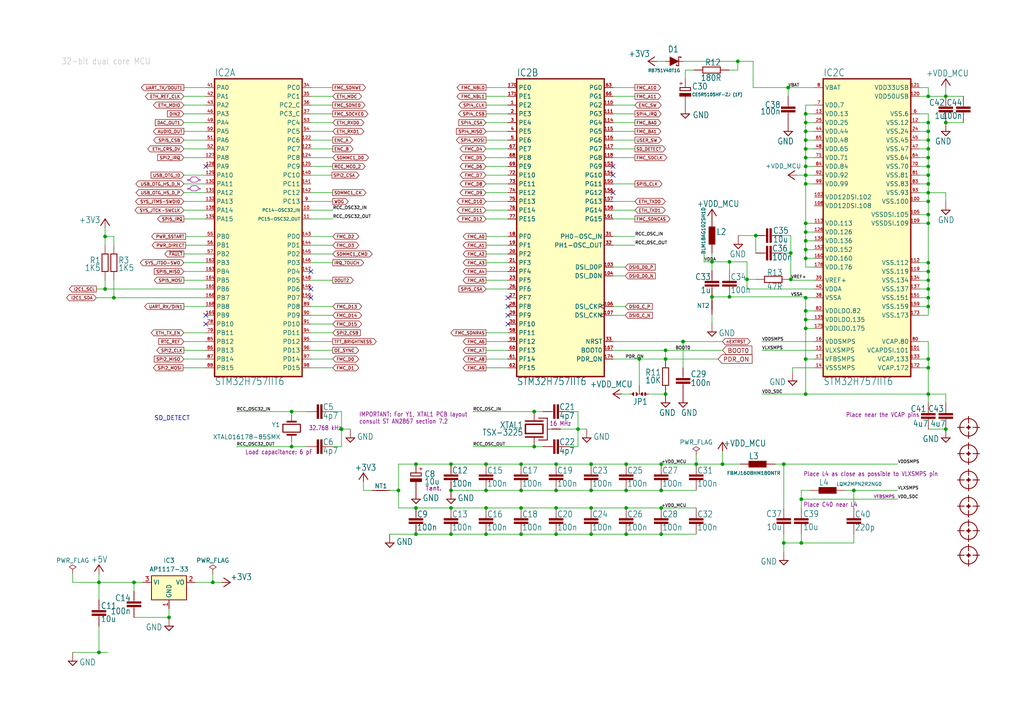
<source format=kicad_sch>
(kicad_sch (version 20230121) (generator eeschema)
  (paper "A4")
  (title_block (date "2023-12-07"))
  (junction (at 274.32 124.46))
  (junction (at 120.65 154.94))
  (junction (at 181.61 147.32))
  (junction (at 151.13 142.24))
  (junction (at 161.29 147.32))
  (junction (at 120.65 147.32))
  (junction (at 233.68 104.14))
  (junction (at 151.13 147.32))
  (junction (at 201.93 134.62))
  (junction (at 247.65 142.24))
  (junction (at 229.362 81.026))
  (junction (at 233.68 69.85))
  (junction (at 227.33 134.62))
  (junction (at 140.97 134.62))
  (junction (at 269.24 86.36))
  (junction (at 211.582 75.946))
  (junction (at 151.13 154.94))
  (junction (at 38.862 168.91))
  (junction (at 191.77 134.62))
  (junction (at 269.24 58.42))
  (junction (at 171.45 142.24))
  (junction (at 84.582 119.38))
  (junction (at 151.13 134.62))
  (junction (at 185.42 104.14))
  (junction (at 233.68 95.25))
  (junction (at 227.33 157.48))
  (junction (at 233.68 45.72))
  (junction (at 130.81 142.24))
  (junction (at 233.68 114.3))
  (junction (at 161.29 154.94))
  (junction (at 269.24 78.74))
  (junction (at 269.24 62.23))
  (junction (at 49.022 179.07))
  (junction (at 232.41 157.48))
  (junction (at 233.68 38.1))
  (junction (at 269.24 53.34))
  (junction (at 269.24 83.82))
  (junction (at 213.995 17.78))
  (junction (at 269.24 35.56))
  (junction (at 181.61 134.62))
  (junction (at 269.24 114.3))
  (junction (at 130.81 154.94))
  (junction (at 140.97 147.32))
  (junction (at 130.81 147.32))
  (junction (at 269.24 27.94))
  (junction (at 269.24 55.88))
  (junction (at 233.68 50.8))
  (junction (at 269.24 81.28))
  (junction (at 233.68 48.26))
  (junction (at 269.24 48.26))
  (junction (at 171.45 147.32))
  (junction (at 233.68 72.39))
  (junction (at 269.24 45.72))
  (junction (at 140.97 142.24))
  (junction (at 191.77 142.24))
  (junction (at 171.45 134.62))
  (junction (at 233.68 33.02))
  (junction (at 140.97 154.94))
  (junction (at 233.68 86.36))
  (junction (at 274.32 27.94))
  (junction (at 233.68 92.71))
  (junction (at 206.502 75.946))
  (junction (at 193.04 104.14))
  (junction (at 28.702 189.23))
  (junction (at 99.06 124.46))
  (junction (at 233.68 35.56))
  (junction (at 269.24 50.8))
  (junction (at 269.24 38.1))
  (junction (at 233.68 90.17))
  (junction (at 219.202 68.326))
  (junction (at 233.68 74.93))
  (junction (at 209.55 134.62))
  (junction (at 269.24 76.2))
  (junction (at 274.32 35.56))
  (junction (at 28.702 168.91))
  (junction (at 269.24 40.64))
  (junction (at 198.12 99.06))
  (junction (at 181.61 142.24))
  (junction (at 233.68 64.77))
  (junction (at 115.57 142.24))
  (junction (at 232.41 144.78))
  (junction (at 61.722 168.91))
  (junction (at 269.24 88.9))
  (junction (at 154.94 129.54))
  (junction (at 229.362 73.406))
  (junction (at 233.68 43.18))
  (junction (at 216.662 81.026))
  (junction (at 191.77 154.94))
  (junction (at 233.68 53.34))
  (junction (at 269.24 64.77))
  (junction (at 84.582 129.54))
  (junction (at 193.04 101.6))
  (junction (at 120.65 134.62))
  (junction (at 130.81 134.62))
  (junction (at 193.04 114.3))
  (junction (at 233.68 67.31))
  (junction (at 30.48 83.82))
  (junction (at 269.24 104.14))
  (junction (at 269.24 106.68))
  (junction (at 228.6 25.4))
  (junction (at 167.64 124.46))
  (junction (at 154.94 119.38))
  (junction (at 211.582 86.106))
  (junction (at 161.29 142.24))
  (junction (at 191.77 147.32))
  (junction (at 161.29 134.62))
  (junction (at 181.61 154.94))
  (junction (at 269.24 43.18))
  (junction (at 171.45 154.94))
  (junction (at 233.68 40.64))
  (junction (at 30.48 68.58))
  (junction (at 33.02 86.36))
  (junction (at 206.502 86.106))
  (no_connect (at 90.17 83.82))
  (no_connect (at 59.69 91.44))
  (no_connect (at 147.32 86.36))
  (no_connect (at 59.69 93.98))
  (no_connect (at 147.32 93.98))
  (no_connect (at 59.69 48.26))
  (no_connect (at 90.17 78.74))
  (no_connect (at 90.17 86.36))
  (no_connect (at 147.32 91.44))
  (no_connect (at 147.32 88.9))
  (no_connect (at 177.8 50.8))
  (no_connect (at 177.8 55.88))
  (no_connect (at 177.8 48.26))
  (wire (pts (xy 130.81 147.32) (xy 140.97 147.32)) (stroke (width 0.1524)))
  (wire (pts (xy 151.13 134.62) (xy 161.29 134.62)) (stroke (width 0.1524)))
  (wire (pts (xy 269.24 53.34) (xy 269.24 55.88)) (stroke (width 0.1524)))
  (wire (pts (xy 147.32 96.52) (xy 140.97 96.52)) (stroke (width 0.1524)))
  (wire (pts (xy 236.22 48.26) (xy 233.68 48.26)) (stroke (width 0.1524)))
  (wire (pts (xy 68.58 119.38) (xy 84.582 119.38)) (stroke (width 0.1524)))
  (wire (pts (xy 96.52 119.38) (xy 99.06 119.38)) (stroke (width 0.1524)))
  (wire (pts (xy 266.7 104.14) (xy 269.24 104.14)) (stroke (width 0.1524)))
  (wire (pts (xy 233.68 104.14) (xy 233.68 95.25)) (stroke (width 0.1524)))
  (wire (pts (xy 266.7 64.77) (xy 269.24 64.77)))
  (wire (pts (xy 147.32 53.34) (xy 140.97 53.34)) (stroke (width 0.1524)))
  (wire (pts (xy 59.69 99.06) (xy 53.34 99.06)) (stroke (width 0.1524)))
  (wire (pts (xy 233.68 74.93) (xy 233.68 72.39)))
  (wire (pts (xy 90.17 27.94) (xy 96.52 27.94)) (stroke (width 0.1524)))
  (wire (pts (xy 218.44 17.78) (xy 218.44 22.86)))
  (wire (pts (xy 147.32 25.4) (xy 140.97 25.4)) (stroke (width 0.1524)))
  (wire (pts (xy 209.55 99.06) (xy 198.12 99.06)) (stroke (width 0.1524)))
  (wire (pts (xy 233.68 95.25) (xy 233.68 92.71)) (stroke (width 0.1524)))
  (wire (pts (xy 236.22 92.71) (xy 233.68 92.71)) (stroke (width 0.1524)))
  (wire (pts (xy 193.04 104.14) (xy 208.28 104.14)) (stroke (width 0.1524)))
  (wire (pts (xy 232.41 147.32) (xy 232.41 144.78)) (stroke (width 0.1524)))
  (wire (pts (xy 193.04 104.14) (xy 193.04 101.6)) (stroke (width 0.1524)))
  (wire (pts (xy 151.13 134.62) (xy 140.97 134.62)) (stroke (width 0.1524)))
  (wire (pts (xy 181.61 134.62) (xy 191.77 134.62)) (stroke (width 0.1524)))
  (wire (pts (xy 269.24 38.1) (xy 269.24 40.64)) (stroke (width 0.1524)))
  (wire (pts (xy 247.65 142.24) (xy 245.11 142.24)) (stroke (width 0.1524)))
  (wire (pts (xy 84.582 119.38) (xy 88.9 119.38)) (stroke (width 0.1524)))
  (wire (pts (xy 177.8 45.72) (xy 184.15 45.72)) (stroke (width 0.1524)))
  (wire (pts (xy 21.082 189.23) (xy 28.702 189.23)) (stroke (width 0.1524)))
  (wire (pts (xy 53.34 45.72) (xy 59.69 45.72)) (stroke (width 0.1524)))
  (wire (pts (xy 228.6 27.94) (xy 228.6 25.4)) (stroke (width 0.1524)))
  (wire (pts (xy 171.45 154.94) (xy 161.29 154.94)) (stroke (width 0.1524)))
  (wire (pts (xy 266.7 55.88) (xy 269.24 55.88)) (stroke (width 0.1524)))
  (wire (pts (xy 167.64 119.38) (xy 167.64 124.46)) (stroke (width 0.1524)))
  (wire (pts (xy 151.13 154.94) (xy 140.97 154.94)) (stroke (width 0.1524)))
  (wire (pts (xy 90.17 33.02) (xy 96.52 33.02)) (stroke (width 0.1524)))
  (wire (pts (xy 170.18 124.46) (xy 167.64 124.46)) (stroke (width 0.1524)))
  (wire (pts (xy 113.03 142.24) (xy 115.57 142.24)) (stroke (width 0.1524)))
  (wire (pts (xy 236.22 25.4) (xy 228.6 25.4)) (stroke (width 0.1524)))
  (polyline (pts (xy 54.356 54.61) (xy 55.118 54.61)) (stroke (width 0.1524) (type solid) (color 132 0 132 1)))
  (wire (pts (xy 96.52 91.44) (xy 90.17 91.44)) (stroke (width 0.1524)))
  (wire (pts (xy 213.995 20.32) (xy 213.995 17.78)))
  (wire (pts (xy 53.34 50.8) (xy 59.69 50.8)))
  (wire (pts (xy 90.17 73.66) (xy 96.52 73.66)) (stroke (width 0.1524)))
  (wire (pts (xy 115.57 134.62) (xy 115.57 142.24)) (stroke (width 0.1524)))
  (wire (pts (xy 59.69 81.28) (xy 53.34 81.28)))
  (wire (pts (xy 147.32 78.74) (xy 140.97 78.74)) (stroke (width 0.1524)))
  (wire (pts (xy 84.582 129.54) (xy 88.9 129.54)) (stroke (width 0.1524)))
  (wire (pts (xy 147.32 63.5) (xy 140.97 63.5)) (stroke (width 0.1524)))
  (wire (pts (xy 96.52 93.98) (xy 90.17 93.98)) (stroke (width 0.1524)))
  (wire (pts (xy 266.7 50.8) (xy 269.24 50.8)) (stroke (width 0.1524)))
  (wire (pts (xy 53.34 33.02) (xy 59.69 33.02)) (stroke (width 0.1524)))
  (polyline (pts (xy 56.896 53.848) (xy 57.658 54.61)) (stroke (width 0.1524) (type solid) (color 132 0 132 1)))
  (wire (pts (xy 21.082 168.91) (xy 28.702 168.91)) (stroke (width 0.1524)))
  (wire (pts (xy 147.32 55.88) (xy 140.97 55.88)) (stroke (width 0.1524)))
  (wire (pts (xy 274.32 55.88) (xy 274.32 58.42)) (stroke (width 0.1524)))
  (wire (pts (xy 30.48 83.82) (xy 59.69 83.82)) (stroke (width 0.1524)))
  (wire (pts (xy 33.02 86.36) (xy 27.94 86.36)) (stroke (width 0.1524)))
  (wire (pts (xy 233.68 50.8) (xy 233.68 53.34)) (stroke (width 0.1524)))
  (wire (pts (xy 154.94 129.54) (xy 137.16 129.54)) (stroke (width 0.1524)))
  (wire (pts (xy 140.97 154.94) (xy 130.81 154.94)) (stroke (width 0.1524)))
  (wire (pts (xy 266.7 83.82) (xy 269.24 83.82)))
  (wire (pts (xy 33.02 81.28) (xy 33.02 86.36)) (stroke (width 0.1524)))
  (wire (pts (xy 269.24 76.2) (xy 269.24 78.74)) (stroke (width 0.1524)))
  (wire (pts (xy 177.8 104.14) (xy 185.42 104.14)) (stroke (width 0.1524)))
  (wire (pts (xy 233.68 64.77) (xy 233.68 67.31)) (stroke (width 0.1524)))
  (polyline (pts (xy 57.658 52.07) (xy 58.166 52.07)) (stroke (width 0.1524) (type solid) (color 132 0 132 1)))
  (polyline (pts (xy 56.896 51.308) (xy 57.658 52.07)) (stroke (width 0.1524) (type solid) (color 132 0 132 1)))
  (wire (pts (xy 28.702 168.91) (xy 28.702 166.37)) (stroke (width 0.1524)))
  (wire (pts (xy 247.65 147.32) (xy 247.65 142.24)) (stroke (width 0.1524)))
  (wire (pts (xy 59.69 76.2) (xy 53.34 76.2)) (stroke (width 0.1524)))
  (wire (pts (xy 38.862 168.91) (xy 41.402 168.91)) (stroke (width 0.1524)))
  (wire (pts (xy 233.68 40.64) (xy 233.68 43.18)) (stroke (width 0.1524)))
  (polyline (pts (xy 55.626 55.372) (xy 56.896 55.372)) (stroke (width 0.1524) (type solid) (color 132 0 132 1)))
  (wire (pts (xy 101.6 124.46) (xy 99.06 124.46)) (stroke (width 0.1524)))
  (wire (pts (xy 206.502 91.186) (xy 206.502 93.726)))
  (wire (pts (xy 233.68 114.3) (xy 220.98 114.3)) (stroke (width 0.1524)))
  (wire (pts (xy 198.755 20.32) (xy 198.755 22.86)))
  (wire (pts (xy 90.17 50.8) (xy 96.266 50.8)))
  (wire (pts (xy 216.662 75.946) (xy 211.582 75.946)) (stroke (width 0.1524)))
  (wire (pts (xy 147.32 68.58) (xy 140.97 68.58)) (stroke (width 0.1524)))
  (wire (pts (xy 28.702 189.23) (xy 31.242 189.23)))
  (wire (pts (xy 177.8 33.02) (xy 184.15 33.02)) (stroke (width 0.1524)))
  (wire (pts (xy 201.93 132.08) (xy 201.93 134.62)))
  (wire (pts (xy 266.7 86.36) (xy 269.24 86.36)))
  (wire (pts (xy 147.32 76.2) (xy 140.97 76.2)) (stroke (width 0.1524)))
  (wire (pts (xy 96.52 71.12) (xy 90.17 71.12)) (stroke (width 0.1524)))
  (wire (pts (xy 260.35 144.78) (xy 232.41 144.78)) (stroke (width 0.1524)))
  (wire (pts (xy 236.22 77.47) (xy 233.68 77.47)))
  (wire (pts (xy 233.68 30.48) (xy 233.68 33.02)) (stroke (width 0.1524)))
  (wire (pts (xy 90.17 25.4) (xy 96.52 25.4)) (stroke (width 0.1524)))
  (wire (pts (xy 236.22 43.18) (xy 233.68 43.18)) (stroke (width 0.1524)))
  (wire (pts (xy 233.68 90.17) (xy 233.68 92.71)) (stroke (width 0.1524)))
  (wire (pts (xy 53.34 25.4) (xy 59.69 25.4)) (stroke (width 0.1524)))
  (polyline (pts (xy 55.118 52.324) (xy 54.356 52.324)) (stroke (width 0.1524) (type solid) (color 132 0 132 1)))
  (wire (pts (xy 84.582 128.016) (xy 84.582 129.54)))
  (wire (pts (xy 269.24 45.72) (xy 269.24 48.26)) (stroke (width 0.1524)))
  (wire (pts (xy 147.32 40.64) (xy 140.97 40.64)) (stroke (width 0.1524)))
  (wire (pts (xy 266.7 106.68) (xy 269.24 106.68)) (stroke (width 0.1524)))
  (wire (pts (xy 211.582 78.486) (xy 211.582 75.946)) (stroke (width 0.1524)))
  (wire (pts (xy 206.502 75.946) (xy 204.216 75.946)) (stroke (width 0.1524)))
  (wire (pts (xy 90.17 48.26) (xy 96.52 48.26)) (stroke (width 0.1524)))
  (wire (pts (xy 236.22 64.77) (xy 233.68 64.77)) (stroke (width 0.1524)))
  (polyline (pts (xy 55.626 53.848) (xy 56.896 53.848)) (stroke (width 0.1524) (type solid) (color 132 0 132 1)))
  (wire (pts (xy 193.04 101.6) (xy 209.55 101.6)) (stroke (width 0.1524)))
  (wire (pts (xy 266.7 81.28) (xy 269.24 81.28)))
  (wire (pts (xy 233.68 72.39) (xy 236.22 72.39)) (stroke (width 0.1524)))
  (polyline (pts (xy 55.118 52.07) (xy 55.626 51.308)) (stroke (width 0.1524) (type solid) (color 132 0 132 1)))
  (wire (pts (xy 269.24 55.88) (xy 274.32 55.88)) (stroke (width 0.1524)))
  (wire (pts (xy 224.79 134.62) (xy 227.33 134.62)) (stroke (width 0.1524)))
  (wire (pts (xy 96.52 68.58) (xy 90.17 68.58)) (stroke (width 0.1524)))
  (wire (pts (xy 229.616 81.026) (xy 229.616 81.28)) (stroke (width 0.1524)))
  (wire (pts (xy 68.58 129.54) (xy 84.582 129.54)) (stroke (width 0.1524)))
  (wire (pts (xy 182.88 114.3) (xy 180.34 114.3)) (stroke (width 0.1524)))
  (wire (pts (xy 140.97 134.62) (xy 130.81 134.62)) (stroke (width 0.1524)))
  (wire (pts (xy 211.455 20.32) (xy 213.995 20.32)))
  (wire (pts (xy 269.24 27.94) (xy 274.32 27.94)) (stroke (width 0.1524)))
  (wire (pts (xy 96.52 104.14) (xy 90.17 104.14)) (stroke (width 0.1524)))
  (polyline (pts (xy 55.118 54.864) (xy 54.356 54.864)) (stroke (width 0.1524) (type solid) (color 132 0 132 1)))
  (wire (pts (xy 274.32 124.46) (xy 269.24 124.46)) (stroke (width 0.1524)))
  (wire (pts (xy 269.24 55.88) (xy 269.24 58.42)) (stroke (width 0.1524)))
  (wire (pts (xy 61.722 166.37) (xy 61.722 168.91)))
  (wire (pts (xy 161.29 154.94) (xy 151.13 154.94)) (stroke (width 0.1524)))
  (wire (pts (xy 266.7 48.26) (xy 269.24 48.26)) (stroke (width 0.1524)))
  (wire (pts (xy 147.32 38.1) (xy 140.97 38.1)) (stroke (width 0.1524)))
  (wire (pts (xy 211.582 75.946) (xy 206.502 75.946)) (stroke (width 0.1524)))
  (wire (pts (xy 53.848 71.12) (xy 59.69 71.12)))
  (wire (pts (xy 236.22 35.56) (xy 233.68 35.56)) (stroke (width 0.1524)))
  (wire (pts (xy 209.55 130.81) (xy 209.55 134.62)) (stroke (width 0.1524)))
  (wire (pts (xy 233.68 67.31) (xy 233.68 69.85)) (stroke (width 0.1524)))
  (wire (pts (xy 236.22 33.02) (xy 233.68 33.02)) (stroke (width 0.1524)))
  (wire (pts (xy 96.52 76.2) (xy 90.17 76.2)))
  (wire (pts (xy 236.22 90.17) (xy 233.68 90.17)) (stroke (width 0.1524)))
  (wire (pts (xy 177.8 38.1) (xy 184.15 38.1)) (stroke (width 0.1524)))
  (wire (pts (xy 198.12 17.78) (xy 213.995 17.78)))
  (wire (pts (xy 233.68 45.72) (xy 233.68 48.26)) (stroke (width 0.1524)))
  (wire (pts (xy 266.7 33.02) (xy 269.24 33.02)) (stroke (width 0.1524)))
  (wire (pts (xy 233.68 33.02) (xy 233.68 35.56)) (stroke (width 0.1524)))
  (wire (pts (xy 147.32 99.06) (xy 140.97 99.06)) (stroke (width 0.1524)))
  (wire (pts (xy 227.33 157.48) (xy 227.33 154.94)) (stroke (width 0.1524)))
  (wire (pts (xy 181.61 142.24) (xy 171.45 142.24)) (stroke (width 0.1524)))
  (wire (pts (xy 269.24 83.82) (xy 269.24 86.36)))
  (wire (pts (xy 232.41 144.78) (xy 232.41 142.24)) (stroke (width 0.1524)))
  (wire (pts (xy 84.582 119.38) (xy 84.582 120.396)))
  (wire (pts (xy 53.34 55.88) (xy 59.69 55.88)) (stroke (width 0.1524)))
  (wire (pts (xy 211.582 86.106) (xy 233.68 86.106)) (stroke (width 0.1524)))
  (wire (pts (xy 232.41 157.48) (xy 227.33 157.48)) (stroke (width 0.1524)))
  (wire (pts (xy 269.24 43.18) (xy 269.24 45.72)) (stroke (width 0.1524)))
  (wire (pts (xy 201.93 134.62) (xy 191.77 134.62)) (stroke (width 0.1524)))
  (wire (pts (xy 236.22 53.34) (xy 233.68 53.34)) (stroke (width 0.1524)))
  (wire (pts (xy 177.8 27.94) (xy 184.15 27.94)) (stroke (width 0.1524)))
  (wire (pts (xy 177.8 60.96) (xy 184.15 60.96)) (stroke (width 0.1524)))
  (wire (pts (xy 61.722 168.91) (xy 56.642 168.91)) (stroke (width 0.1524)))
  (wire (pts (xy 30.48 83.82) (xy 27.94 83.82)) (stroke (width 0.1524)))
  (wire (pts (xy 269.24 106.68) (xy 269.24 114.3)) (stroke (width 0.1524)))
  (wire (pts (xy 227.33 134.62) (xy 227.33 147.32)) (stroke (width 0.1524)))
  (wire (pts (xy 233.68 69.85) (xy 233.68 72.39)) (stroke (width 0.1524)))
  (wire (pts (xy 96.52 88.9) (xy 90.17 88.9)) (stroke (width 0.1524)))
  (wire (pts (xy 177.8 63.5) (xy 184.15 63.5)) (stroke (width 0.1524)))
  (wire (pts (xy 269.24 81.28) (xy 269.24 83.82)))
  (wire (pts (xy 161.29 142.24) (xy 151.13 142.24)) (stroke (width 0.1524)))
  (wire (pts (xy 266.7 35.56) (xy 269.24 35.56)) (stroke (width 0.1524)))
  (wire (pts (xy 236.22 38.1) (xy 233.68 38.1)) (stroke (width 0.1524)))
  (wire (pts (xy 28.702 168.91) (xy 28.702 173.99)) (stroke (width 0.1524)))
  (wire (pts (xy 105.41 139.7) (xy 105.41 142.24)) (stroke (width 0.1524)))
  (wire (pts (xy 107.95 142.24) (xy 105.41 142.24)) (stroke (width 0.1524)))
  (wire (pts (xy 147.32 81.28) (xy 140.97 81.28)) (stroke (width 0.1524)))
  (wire (pts (xy 269.24 58.42) (xy 269.24 62.23)) (stroke (width 0.1524)))
  (wire (pts (xy 154.94 129.54) (xy 157.48 129.54)) (stroke (width 0.1524)))
  (wire (pts (xy 247.65 157.48) (xy 232.41 157.48)) (stroke (width 0.1524)))
  (wire (pts (xy 147.32 27.94) (xy 140.97 27.94)) (stroke (width 0.1524)))
  (wire (pts (xy 217.17 83.566) (xy 217.17 83.82)) (stroke (width 0.1524)))
  (wire (pts (xy 33.02 68.58) (xy 30.48 68.58)) (stroke (width 0.1524)))
  (polyline (pts (xy 55.626 52.832) (xy 56.896 52.832)) (stroke (width 0.1524) (type solid) (color 132 0 132 1)))
  (wire (pts (xy 177.8 68.58) (xy 184.15 68.58)) (stroke (width 0.1524)))
  (wire (pts (xy 233.68 77.47) (xy 233.68 74.93)))
  (polyline (pts (xy 57.658 52.324) (xy 56.896 52.832)) (stroke (width 0.1524) (type solid) (color 132 0 132 1)))
  (wire (pts (xy 217.17 83.82) (xy 233.68 83.82)) (stroke (width 0.1524)))
  (wire (pts (xy 137.16 119.38) (xy 154.94 119.38)) (stroke (width 0.1524)))
  (wire (pts (xy 90.17 60.96) (xy 96.52 60.96)) (stroke (width 0.1524)))
  (wire (pts (xy 201.93 142.24) (xy 191.77 142.24)) (stroke (width 0.1524)))
  (wire (pts (xy 266.7 43.18) (xy 269.24 43.18)) (stroke (width 0.1524)))
  (wire (pts (xy 198.755 20.32) (xy 201.295 20.32)))
  (wire (pts (xy 233.68 43.18) (xy 233.68 45.72)) (stroke (width 0.1524)))
  (polyline (pts (xy 55.626 55.372) (xy 55.118 54.864)) (stroke (width 0.1524) (type solid) (color 132 0 132 1)))
  (wire (pts (xy 177.8 25.4) (xy 184.15 25.4)) (stroke (width 0.1524)))
  (wire (pts (xy 177.8 53.34) (xy 184.15 53.34)) (stroke (width 0.1524)))
  (polyline (pts (xy 57.658 54.61) (xy 58.166 54.61)) (stroke (width 0.1524) (type solid) (color 132 0 132 1)))
  (wire (pts (xy 269.24 78.74) (xy 269.24 81.28)))
  (wire (pts (xy 269.24 114.3) (xy 269.24 116.84)) (stroke (width 0.1524)))
  (wire (pts (xy 236.22 50.8) (xy 233.68 50.8)) (stroke (width 0.1524)))
  (wire (pts (xy 201.93 154.94) (xy 191.77 154.94)) (stroke (width 0.1524)))
  (wire (pts (xy 171.45 134.62) (xy 181.61 134.62)) (stroke (width 0.1524)))
  (wire (pts (xy 260.35 142.24) (xy 247.65 142.24)) (stroke (width 0.1524)))
  (polyline (pts (xy 54.356 52.07) (xy 55.118 52.07)) (stroke (width 0.1524) (type solid) (color 132 0 132 1)))
  (wire (pts (xy 147.32 45.72) (xy 140.97 45.72)) (stroke (width 0.1524)))
  (wire (pts (xy 229.362 68.326) (xy 229.362 73.406)) (stroke (width 0.1524)))
  (wire (pts (xy 219.202 68.326) (xy 214.122 68.326)) (stroke (width 0.1524)))
  (wire (pts (xy 177.8 80.01) (xy 181.356 80.01)))
  (wire (pts (xy 191.77 154.94) (xy 181.61 154.94)) (stroke (width 0.1524)))
  (wire (pts (xy 274.32 114.3) (xy 269.24 114.3)) (stroke (width 0.1524)))
  (wire (pts (xy 30.48 68.58) (xy 30.48 71.12)) (stroke (width 0.1524)))
  (wire (pts (xy 233.68 35.56) (xy 233.68 38.1)) (stroke (width 0.1524)))
  (wire (pts (xy 266.7 53.34) (xy 269.24 53.34)) (stroke (width 0.1524)))
  (wire (pts (xy 90.17 63.5) (xy 96.52 63.5)) (stroke (width 0.1524)))
  (wire (pts (xy 233.68 114.3) (xy 233.68 104.14)) (stroke (width 0.1524)))
  (wire (pts (xy 226.822 68.326) (xy 229.362 68.326)) (stroke (width 0.1524)))
  (wire (pts (xy 38.862 171.45) (xy 38.862 168.91)) (stroke (width 0.1524)))
  (wire (pts (xy 269.24 25.4) (xy 266.7 25.4)) (stroke (width 0.1524)))
  (wire (pts (xy 21.082 166.37) (xy 21.082 168.91)))
  (wire (pts (xy 53.34 35.56) (xy 59.69 35.56)) (stroke (width 0.1524)))
  (wire (pts (xy 96.52 129.54) (xy 99.06 129.54)) (stroke (width 0.1524)))
  (wire (pts (xy 161.29 147.32) (xy 171.45 147.32)) (stroke (width 0.1524)))
  (wire (pts (xy 53.34 43.18) (xy 59.69 43.18)) (stroke (width 0.1524)))
  (wire (pts (xy 115.57 142.24) (xy 115.57 147.32)) (stroke (width 0.1524)))
  (polyline (pts (xy 55.118 54.61) (xy 55.626 53.848)) (stroke (width 0.1524) (type solid) (color 132 0 132 1)))
  (wire (pts (xy 53.848 68.58) (xy 59.69 68.58)))
  (wire (pts (xy 99.06 119.38) (xy 99.06 124.46)) (stroke (width 0.1524)))
  (wire (pts (xy 147.32 30.48) (xy 140.97 30.48)) (stroke (width 0.1524)))
  (wire (pts (xy 269.24 106.68) (xy 269.24 104.14)) (stroke (width 0.1524)))
  (wire (pts (xy 130.81 154.94) (xy 120.65 154.94)) (stroke (width 0.1524)))
  (wire (pts (xy 165.1 119.38) (xy 167.64 119.38)) (stroke (width 0.1524)))
  (wire (pts (xy 274.32 35.56) (xy 279.4 35.56)) (stroke (width 0.1524)))
  (wire (pts (xy 147.32 58.42) (xy 140.97 58.42)) (stroke (width 0.1524)))
  (wire (pts (xy 236.22 99.06) (xy 220.98 99.06)) (stroke (width 0.1524)))
  (wire (pts (xy 147.32 43.18) (xy 140.97 43.18)) (stroke (width 0.1524)))
  (wire (pts (xy 28.702 168.91) (xy 38.862 168.91)) (stroke (width 0.1524)))
  (wire (pts (xy 219.202 73.406) (xy 219.202 68.326)) (stroke (width 0.1524)))
  (wire (pts (xy 187.96 114.3) (xy 193.04 114.3)) (stroke (width 0.1524)))
  (wire (pts (xy 229.362 73.406) (xy 229.362 81.026)) (stroke (width 0.1524)))
  (wire (pts (xy 269.24 40.64) (xy 269.24 43.18)) (stroke (width 0.1524)))
  (wire (pts (xy 236.22 95.25) (xy 233.68 95.25)) (stroke (width 0.1524)))
  (wire (pts (xy 99.06 124.46) (xy 99.06 129.54)) (stroke (width 0.1524)))
  (wire (pts (xy 233.68 38.1) (xy 233.68 40.64)) (stroke (width 0.1524)))
  (wire (pts (xy 177.8 77.47) (xy 181.356 77.47)))
  (wire (pts (xy 33.02 86.36) (xy 59.69 86.36)) (stroke (width 0.1524)))
  (wire (pts (xy 233.68 86.106) (xy 233.68 86.36)) (stroke (width 0.1524)))
  (wire (pts (xy 147.32 71.12) (xy 140.97 71.12)) (stroke (width 0.1524)))
  (wire (pts (xy 177.8 71.12) (xy 184.15 71.12)) (stroke (width 0.1524)))
  (wire (pts (xy 59.69 63.5) (xy 53.34 63.5)) (stroke (width 0.1524)))
  (wire (pts (xy 233.68 48.26) (xy 233.68 50.8)) (stroke (width 0.1524)))
  (wire (pts (xy 59.69 78.74) (xy 53.34 78.74)) (stroke (width 0.1524)))
  (wire (pts (xy 177.8 43.18) (xy 184.15 43.18)) (stroke (width 0.1524)))
  (wire (pts (xy 147.32 101.6) (xy 140.97 101.6)) (stroke (width 0.1524)))
  (wire (pts (xy 147.32 48.26) (xy 140.97 48.26)) (stroke (width 0.1524)))
  (wire (pts (xy 53.34 30.48) (xy 59.69 30.48)) (stroke (width 0.1524)))
  (wire (pts (xy 269.24 114.3) (xy 233.68 114.3)) (stroke (width 0.1524)))
  (wire (pts (xy 90.17 101.6) (xy 96.52 101.6)))
  (wire (pts (xy 229.87 106.68) (xy 229.87 107.95)))
  (wire (pts (xy 90.17 30.48) (xy 96.52 30.48)) (stroke (width 0.1524)))
  (wire (pts (xy 140.97 73.66) (xy 147.32 73.66)) (stroke (width 0.1524)))
  (wire (pts (xy 269.24 33.02) (xy 269.24 35.56)) (stroke (width 0.1524)))
  (wire (pts (xy 190.5 17.78) (xy 193.04 17.78)))
  (wire (pts (xy 113.03 154.94) (xy 120.65 154.94)))
  (wire (pts (xy 151.13 147.32) (xy 161.29 147.32)) (stroke (width 0.1524)))
  (wire (pts (xy 90.17 38.1) (xy 96.52 38.1)) (stroke (width 0.1524)))
  (wire (pts (xy 236.22 101.6) (xy 220.98 101.6)) (stroke (width 0.1524)))
  (wire (pts (xy 266.7 45.72) (xy 269.24 45.72)) (stroke (width 0.1524)))
  (wire (pts (xy 233.68 74.93) (xy 236.22 74.93)))
  (wire (pts (xy 162.56 124.46) (xy 167.64 124.46)))
  (wire (pts (xy 266.7 91.44) (xy 269.24 91.44)))
  (wire (pts (xy 185.42 111.76) (xy 185.42 104.14)) (stroke (width 0.1524)))
  (wire (pts (xy 90.17 35.56) (xy 96.52 35.56)) (stroke (width 0.1524)))
  (polyline (pts (xy 58.166 52.324) (xy 57.658 52.324)) (stroke (width 0.1524) (type solid) (color 132 0 132 1)))
  (wire (pts (xy 233.68 83.82) (xy 236.22 83.82)))
  (wire (pts (xy 274.32 116.84) (xy 274.32 114.3)) (stroke (width 0.1524)))
  (wire (pts (xy 216.662 83.566) (xy 217.17 83.566)) (stroke (width 0.1524)))
  (wire (pts (xy 96.52 106.68) (xy 90.17 106.68)) (stroke (width 0.1524)))
  (wire (pts (xy 269.24 35.56) (xy 269.24 38.1)) (stroke (width 0.1524)))
  (wire (pts (xy 260.35 134.62) (xy 227.33 134.62)) (stroke (width 0.1524)))
  (wire (pts (xy 177.8 40.64) (xy 184.15 40.64)) (stroke (width 0.1524)))
  (wire (pts (xy 206.502 78.486) (xy 206.502 75.946)) (stroke (width 0.1524)))
  (wire (pts (xy 269.24 27.94) (xy 269.24 25.4)) (stroke (width 0.1524)))
  (wire (pts (xy 232.41 154.94) (xy 232.41 157.48)) (stroke (width 0.1524)))
  (wire (pts (xy 177.8 101.6) (xy 193.04 101.6)) (stroke (width 0.1524)))
  (wire (pts (xy 236.22 40.64) (xy 233.68 40.64)) (stroke (width 0.1524)))
  (wire (pts (xy 231.14 50.8) (xy 233.68 50.8)) (stroke (width 0.1524)))
  (wire (pts (xy 49.022 179.07) (xy 38.862 179.07)) (stroke (width 0.1524)))
  (wire (pts (xy 147.32 35.56) (xy 140.97 35.56)) (stroke (width 0.1524)))
  (wire (pts (xy 214.63 134.62) (xy 209.55 134.62)) (stroke (width 0.1524)))
  (wire (pts (xy 177.8 88.9) (xy 181.356 88.9)))
  (wire (pts (xy 147.32 104.14) (xy 140.97 104.14)) (stroke (width 0.1524)))
  (wire (pts (xy 30.48 81.28) (xy 30.48 83.82)) (stroke (width 0.1524)))
  (wire (pts (xy 53.34 104.14) (xy 59.69 104.14)))
  (wire (pts (xy 115.57 147.32) (xy 120.65 147.32)) (stroke (width 0.1524)))
  (wire (pts (xy 147.32 106.68) (xy 140.97 106.68)) (stroke (width 0.1524)))
  (wire (pts (xy 229.616 81.026) (xy 229.362 81.026)) (stroke (width 0.1524)))
  (wire (pts (xy 49.022 176.53) (xy 49.022 179.07)) (stroke (width 0.1524)))
  (wire (pts (xy 204.216 75.946) (xy 204.216 73.406)) (stroke (width 0.1524)))
  (wire (pts (xy 198.12 106.68) (xy 198.12 99.06)) (stroke (width 0.1524)))
  (wire (pts (xy 185.42 104.14) (xy 193.04 104.14)) (stroke (width 0.1524)))
  (wire (pts (xy 236.22 106.68) (xy 229.87 106.68)) (stroke (width 0.1524)))
  (wire (pts (xy 177.8 35.56) (xy 184.15 35.56)) (stroke (width 0.1524)))
  (wire (pts (xy 236.22 45.72) (xy 233.68 45.72)) (stroke (width 0.1524)))
  (wire (pts (xy 227.33 157.48) (xy 227.33 160.02)) (stroke (width 0.1524)))
  (wire (pts (xy 154.94 119.38) (xy 157.48 119.38)) (stroke (width 0.1524)))
  (wire (pts (xy 59.69 88.9) (xy 53.34 88.9)) (stroke (width 0.1524)))
  (wire (pts (xy 218.44 25.4) (xy 228.6 25.4)) (stroke (width 0.1524)))
  (wire (pts (xy 171.45 147.32) (xy 181.61 147.32)) (stroke (width 0.1524)))
  (wire (pts (xy 167.64 124.46) (xy 167.64 129.54)) (stroke (width 0.1524)))
  (wire (pts (xy 90.17 55.88) (xy 96.52 55.88)) (stroke (width 0.1524)))
  (wire (pts (xy 274.32 27.94) (xy 279.4 27.94)) (stroke (width 0.1524)))
  (wire (pts (xy 216.662 81.026) (xy 216.662 75.946)) (stroke (width 0.1524)))
  (wire (pts (xy 59.69 73.66) (xy 53.34 73.66)) (stroke (width 0.1524)))
  (wire (pts (xy 274.32 25.4) (xy 274.32 27.94)) (stroke (width 0.1524)))
  (wire (pts (xy 177.8 99.06) (xy 198.12 99.06)) (stroke (width 0.1524)))
  (wire (pts (xy 140.97 147.32) (xy 151.13 147.32)) (stroke (width 0.1524)))
  (wire (pts (xy 165.1 129.54) (xy 167.64 129.54)) (stroke (width 0.1524)))
  (wire (pts (xy 53.34 40.64) (xy 59.69 40.64)))
  (wire (pts (xy 269.24 50.8) (xy 269.24 53.34)) (stroke (width 0.1524)))
  (wire (pts (xy 269.24 78.74) (xy 266.7 78.74)) (stroke (width 0.1524)))
  (wire (pts (xy 269.24 104.14) (xy 269.24 99.06)) (stroke (width 0.1524)))
  (wire (pts (xy 90.17 96.52) (xy 96.52 96.52)) (stroke (width 0.1524)))
  (wire (pts (xy 28.702 189.23) (xy 28.702 181.61)) (stroke (width 0.1524)))
  (wire (pts (xy 266.7 58.42) (xy 269.24 58.42)) (stroke (width 0.1524)))
  (wire (pts (xy 90.17 43.18) (xy 96.52 43.18)) (stroke (width 0.1524)))
  (wire (pts (xy 120.65 147.32) (xy 130.81 147.32)) (stroke (width 0.1524)))
  (wire (pts (xy 269.24 48.26) (xy 269.24 50.8)) (stroke (width 0.1524)))
  (wire (pts (xy 266.7 88.9) (xy 269.24 88.9)))
  (polyline (pts (xy 58.166 54.864) (xy 57.658 54.864)) (stroke (width 0.1524) (type solid) (color 132 0 132 1)))
  (wire (pts (xy 218.44 25.4) (xy 218.44 22.86)) (stroke (width 0.1524)))
  (wire (pts (xy 53.34 58.42) (xy 59.69 58.42)) (stroke (width 0.1524)))
  (wire (pts (xy 130.81 134.62) (xy 120.65 134.62)) (stroke (width 0.1524)))
  (wire (pts (xy 206.502 73.406) (xy 206.502 75.946)) (stroke (width 0.1524)))
  (wire (pts (xy 233.68 86.36) (xy 233.68 90.17)) (stroke (width 0.1524)))
  (wire (pts (xy 232.41 142.24) (xy 234.95 142.24)) (stroke (width 0.1524)))
  (wire (pts (xy 266.7 27.94) (xy 269.24 27.94)) (stroke (width 0.1524)))
  (wire (pts (xy 269.24 64.77) (xy 269.24 76.2)) (stroke (width 0.1524)))
  (wire (pts (xy 247.65 154.94) (xy 247.65 157.48)) (stroke (width 0.1524)))
  (wire (pts (xy 59.69 101.6) (xy 53.34 101.6)) (stroke (width 0.1524)))
  (wire (pts (xy 269.24 86.36) (xy 269.24 88.9)))
  (wire (pts (xy 266.7 38.1) (xy 269.24 38.1)) (stroke (width 0.1524)))
  (wire (pts (xy 53.34 27.94) (xy 59.69 27.94)) (stroke (width 0.1524)))
  (wire (pts (xy 236.22 104.14) (xy 233.68 104.14)) (stroke (width 0.1524)))
  (polyline (pts (xy 57.658 54.864) (xy 56.896 55.372)) (stroke (width 0.1524) (type solid) (color 132 0 132 1)))
  (wire (pts (xy 53.086 106.68) (xy 59.69 106.68)))
  (wire (pts (xy 233.68 53.34) (xy 233.68 64.77)) (stroke (width 0.1524)))
  (wire (pts (xy 266.7 99.06) (xy 269.24 99.06)) (stroke (width 0.1524)))
  (wire (pts (xy 53.34 60.96) (xy 59.69 60.96)) (stroke (width 0.1524)))
  (wire (pts (xy 181.61 147.32) (xy 191.77 147.32)) (stroke (width 0.1524)))
  (wire (pts (xy 219.202 81.026) (xy 216.662 81.026)) (stroke (width 0.1524)))
  (wire (pts (xy 266.7 40.64) (xy 269.24 40.64)) (stroke (width 0.1524)))
  (wire (pts (xy 90.17 45.72) (xy 96.52 45.72)) (stroke (width 0.1524)))
  (wire (pts (xy 216.662 83.566) (xy 216.662 81.026)) (stroke (width 0.1524)))
  (wire (pts (xy 191.77 142.24) (xy 181.61 142.24)) (stroke (width 0.1524)))
  (wire (pts (xy 90.17 81.28) (xy 96.52 81.28)) (stroke (width 0.1524)))
  (wire (pts (xy 59.69 96.52) (xy 53.34 96.52)))
  (wire (pts (xy 229.616 81.28) (xy 233.68 81.28)) (stroke (width 0.1524)))
  (wire (pts (xy 90.17 99.06) (xy 96.52 99.06)))
  (wire (pts (xy 213.995 17.78) (xy 218.44 17.78)))
  (wire (pts (xy 211.582 86.106) (xy 206.502 86.106)) (stroke (width 0.1524)))
  (wire (pts (xy 233.68 81.28) (xy 236.22 81.28)))
  (wire (pts (xy 120.65 134.62) (xy 115.57 134.62)) (stroke (width 0.1524)))
  (wire (pts (xy 236.22 86.36) (xy 233.68 86.36)) (stroke (width 0.1524)))
  (wire (pts (xy 191.77 147.32) (xy 201.93 147.32)) (stroke (width 0.1524)))
  (wire (pts (xy 90.17 58.42) (xy 96.52 58.42)) (stroke (width 0.1524)))
  (wire (pts (xy 147.32 60.96) (xy 140.97 60.96)) (stroke (width 0.1524)))
  (wire (pts (xy 269.24 88.9) (xy 269.24 91.44)))
  (wire (pts (xy 33.02 71.12) (xy 33.02 68.58)) (stroke (width 0.1524)))
  (wire (pts (xy 171.45 142.24) (xy 161.29 142.24)) (stroke (width 0.1524)))
  (wire (pts (xy 53.34 53.34) (xy 59.69 53.34)) (stroke (width 0.1524)))
  (wire (pts (xy 90.17 40.64) (xy 96.52 40.64)) (stroke (width 0.1524)))
  (wire (pts (xy 53.34 38.1) (xy 59.69 38.1)) (stroke (width 0.1524)))
  (wire (pts (xy 177.8 58.42) (xy 184.15 58.42)) (stroke (width 0.1524)))
  (wire (pts (xy 269.24 62.23) (xy 269.24 64.77)) (stroke (width 0.1524)))
  (wire (pts (xy 61.722 168.91) (xy 64.262 168.91)) (stroke (width 0.1524)))
  (wire (pts (xy 236.22 67.31) (xy 233.68 67.31)) (stroke (width 0.1524)))
  (polyline (pts (xy 55.626 52.832) (xy 55.118 52.324)) (stroke (width 0.1524) (type solid) (color 132 0 132 1)))
  (wire (pts (xy 147.32 33.02) (xy 140.97 33.02)) (stroke (width 0.1524)))
  (wire (pts (xy 266.7 76.2) (xy 269.24 76.2)) (stroke (width 0.1524)))
  (wire (pts (xy 266.7 62.23) (xy 269.24 62.23)))
  (wire (pts (xy 177.8 30.48) (xy 184.15 30.48)) (stroke (width 0.1524)))
  (wire (pts (xy 140.97 142.24) (xy 130.81 142.24)) (stroke (width 0.1524)))
  (wire (pts (xy 161.29 134.62) (xy 171.45 134.62)) (stroke (width 0.1524)))
  (polyline (pts (xy 55.626 51.308) (xy 56.896 51.308)) (stroke (width 0.1524) (type solid) (color 132 0 132 1)))
  (wire (pts (xy 181.61 154.94) (xy 171.45 154.94)) (stroke (width 0.1524)))
  (wire (pts (xy 147.32 50.8) (xy 140.97 50.8)) (stroke (width 0.1524)))
  (wire (pts (xy 147.32 83.82) (xy 140.97 83.82)) (stroke (width 0.1524)))
  (wire (pts (xy 30.48 66.04) (xy 30.48 68.58)) (stroke (width 0.1524)))
  (wire (pts (xy 236.22 30.48) (xy 233.68 30.48)) (stroke (width 0.1524)))
  (wire (pts (xy 151.13 142.24) (xy 140.97 142.24)) (stroke (width 0.1524)))
  (wire (pts (xy 201.93 134.62) (xy 209.55 134.62)) (stroke (width 0.1524)))
  (wire (pts (xy 236.22 69.85) (xy 233.68 69.85)) (stroke (width 0.1524)))
  (wire (pts (xy 226.822 73.406) (xy 229.362 73.406)) (stroke (width 0.1524)))
  (wire (pts (xy 177.8 91.44) (xy 181.356 91.44)))
  (text "32-bit dual core MCU" (at 17.78 19.05 0) (effects (font (size 1.778 1.5113)) (justify left bottom)))
  (text "16 MHz" (at 159.385 123.825 0) (effects (font (size 1.27 1.0795)) (justify left bottom)))
  (text "VFBSMPS" (at 253.365 144.78 0) (effects (font (size 0.889 0.889)) (justify left bottom)))
  (text "Load capacitance: 6 pF" (at 71.12 132.08 0) (effects (font (size 1.27 1.0795)) (justify left bottom)))
  (text "Place C40 near L4" (at 233.045 147.32 0) (effects (font (size 1.27 1.0795)) (justify left bottom)))
  (text "SD_DETECT" (at 44.704 122.174 0) (effects (font (size 1.27 1.27)) (justify left bottom)))
  (text "Place near the VCAP pins" (at 266.7 121.285 0) (effects (font (size 1.27 1.0795)) (justify right bottom)))
  (text "Place L4 as close as possible to VLXSMPS pin" (at 233.045 138.43 0) (effects (font (size 1.27 1.0795)) (justify left bottom)))
  (text "32.768 kHz" (at 89.535 125.095 0) (effects (font (size 1.27 1.0795)) (justify left bottom)))
  (text "IMPORTANT: For Y1, XTAL1 PCB layout\nconsult ST AN2867 section 7.2" (at 104.14 123.19 0) (effects (font (size 1.27 1.0795)) (justify left bottom)))
  (label "VLXSMPS" (at 220.98 101.6 0) (effects (font (size 0.889 0.889))))
  (label "VDD_SDC" (at 260.35 144.78 0) (effects (font (size 0.889 0.889))))
  (label "RCC_OSC32_IN" (at 68.58 119.38 0) (effects (font (size 0.889 0.889))))
  (label "VBAT" (at 228.6 25.4 0) (effects (font (size 0.889 0.889))))
  (label "RCC_OSC_IN" (at 184.15 68.58 0) (effects (font (size 0.889 0.889))))
  (label "LCD_DISP" (at 81.026 217.678 0) (effects (font (size 0.889 0.889))))
  (label "VSSA" (at 229.362 86.106 0) (effects (font (size 0.889 0.889))))
  (label "VDDSMPS" (at 220.98 99.06 0) (effects (font (size 0.889 0.889))))
  (label "VDD_SDC" (at 220.98 114.3 0) (effects (font (size 0.889 0.889))))
  (label "VDDA" (at 204.216 75.946 0) (effects (font (size 0.889 0.889))))
  (label "VDDSMPS" (at 260.35 134.62 0) (effects (font (size 0.889 0.889))))
  (label "VREF+" (at 229.362 81.026 0) (effects (font (size 0.889 0.889))))
  (label "RCC_OSC_OUT" (at 137.16 129.54 0) (effects (font (size 0.889 0.889))))
  (label "VLXSMPS" (at 260.35 142.24 0) (effects (font (size 0.889 0.889))))
  (label "BOOT0" (at 195.834 101.6 0) (effects (font (size 0.889 0.889))))
  (label "+VDD_MCU" (at 191.77 134.62 0) (effects (font (size 0.889 0.889))))
  (label "RCC_OSC_OUT" (at 184.15 71.12 0) (effects (font (size 0.889 0.889))))
  (label "PDR_ON" (at 181.356 104.14 0) (effects (font (size 0.889 0.889))))
  (label "RCC_OSC32_IN" (at 96.52 60.96 0) (effects (font (size 0.889 0.889))))
  (label "RCC_OSC32_OUT" (at 96.52 63.5 0) (effects (font (size 0.889 0.889))))
  (label "RCC_OSC32_OUT" (at 68.58 129.54 0) (effects (font (size 0.889 0.889))))
  (label "RCC_OSC_IN" (at 137.16 119.38 0) (effects (font (size 0.889 0.889))))
  (label "+VDD_MCU" (at 191.77 147.32 0) (effects (font (size 0.889 0.889))))
  (global_label "FMC_A11" (shape output) (at 184.15 27.94 0) (effects (font (size 0.889 0.889))) (property "Intersheetrefs" "${INTERSHEET_REFS}" (effects hide)))
  (global_label "SLAVE4_TX" (shape output) (at 124.714 230.632 0) (effects (font (size 0.889 0.889))) (property "Intersheetrefs" "${INTERSHEET_REFS}" (effects hide)))
  (global_label "ETH_TXD0" (shape bidirectional) (at 184.15 58.42 0) (effects (font (size 0.889 0.889))) (property "Intersheetrefs" "${INTERSHEET_REFS}" (effects hide)))
  (global_label "USER_SW" (shape output) (at 184.15 40.64 0) (effects (font (size 0.889 0.889))) (property "Intersheetrefs" "${INTERSHEET_REFS}" (effects hide)))
  (global_label "SYS_JTCK-SWCLK" (shape bidirectional) (at 53.34 60.96 180) (effects (font (size 0.889 0.889))) (property "Intersheetrefs" "${INTERSHEET_REFS}" (effects hide)))
  (global_label "SPI5_CLK" (shape output) (at 184.15 53.34 0) (effects (font (size 0.889 0.889))) (property "Intersheetrefs" "${INTERSHEET_REFS}" (effects hide)))
  (global_label "FMC_A8" (shape output) (at 140.97 104.14 180) (effects (font (size 0.889 0.889))) (property "Intersheetrefs" "${INTERSHEET_REFS}" (effects hide)))
  (global_label "LTDC_R7" (shape input) (at 103.378 224.79 0) (effects (font (size 0.889 0.889))) (property "Intersheetrefs" "${INTERSHEET_REFS}" (effects hide)))
  (global_label "PWR_DIRECT" (shape output) (at 53.848 71.12 180) (effects (font (size 0.889 0.889))) (property "Intersheetrefs" "${INTERSHEET_REFS}" (effects hide)))
  (global_label "SDMMC1_D0" (shape bidirectional) (at 96.52 45.72 0) (effects (font (size 0.889 0.889))) (property "Intersheetrefs" "${INTERSHEET_REFS}" (effects hide)))
  (global_label "SLAVE4_RX" (shape output) (at 124.714 233.172 0) (effects (font (size 0.889 0.889))) (property "Intersheetrefs" "${INTERSHEET_REFS}" (effects hide)))
  (global_label "FMC_SDCKE0" (shape output) (at 96.52 33.02 0) (effects (font (size 0.889 0.889))) (property "Intersheetrefs" "${INTERSHEET_REFS}" (effects hide)))
  (global_label "SPI4_IRQ" (shape output) (at 184.15 33.02 0) (effects (font (size 0.889 0.889))) (property "Intersheetrefs" "${INTERSHEET_REFS}" (effects hide)))
  (global_label "LTDC_G3" (shape input) (at 103.378 234.95 0) (effects (font (size 0.889 0.889))) (property "Intersheetrefs" "${INTERSHEET_REFS}" (effects hide)))
  (global_label "DIN2" (shape input) (at 53.34 33.02 180) (effects (font (size 0.889 0.889))) (property "Intersheetrefs" "${INTERSHEET_REFS}" (effects hide)))
  (global_label "USB_OTG_HS_D_P" (shape bidirectional) (at 53.34 55.88 180) (effects (font (size 0.889 0.889))) (property "Intersheetrefs" "${INTERSHEET_REFS}" (effects hide)))
  (global_label "I2C1_SCL" (shape output) (at 27.94 83.82 180) (effects (font (size 0.889 0.889))) (property "Intersheetrefs" "${INTERSHEET_REFS}" (effects hide)))
  (global_label "FMC_D3" (shape bidirectional) (at 96.52 71.12 0) (effects (font (size 0.889 0.889))) (property "Intersheetrefs" "${INTERSHEET_REFS}" (effects hide)))
  (global_label "USB_OTG_ID" (shape input) (at 53.34 50.8 180) (effects (font (size 0.889 0.889))) (property "Intersheetrefs" "${INTERSHEET_REFS}" (effects hide)))
  (global_label "SPI2_MISO" (shape input) (at 53.34 104.14 180) (effects (font (size 0.889 0.889))) (property "Intersheetrefs" "${INTERSHEET_REFS}" (effects hide)))
  (global_label "ETH_TXD1" (shape bidirectional) (at 184.15 60.96 0) (effects (font (size 0.889 0.889))) (property "Intersheetrefs" "${INTERSHEET_REFS}" (effects hide)))
  (global_label "FMC_A5" (shape output) (at 140.97 81.28 180) (effects (font (size 0.889 0.889))) (property "Intersheetrefs" "${INTERSHEET_REFS}" (effects hide)))
  (global_label "ETH_RXD0" (shape bidirectional) (at 96.52 35.56 0) (effects (font (size 0.889 0.889))) (property "Intersheetrefs" "${INTERSHEET_REFS}" (effects hide)))
  (global_label "LTDC_G5" (shape input) (at 103.378 240.03 0) (effects (font (size 0.889 0.889))) (property "Intersheetrefs" "${INTERSHEET_REFS}" (effects hide)))
  (global_label "USB_OTG_HS_D_N" (shape bidirectional) (at 53.34 53.34 180) (effects (font (size 0.889 0.889))) (property "Intersheetrefs" "${INTERSHEET_REFS}" (effects hide)))
  (global_label "SPI5_MISO" (shape input) (at 53.34 78.74 180) (effects (font (size 0.889 0.889))) (property "Intersheetrefs" "${INTERSHEET_REFS}" (effects hide)))
  (global_label "FMC_D12" (shape bidirectional) (at 140.97 63.5 180) (effects (font (size 0.889 0.889))) (property "Intersheetrefs" "${INTERSHEET_REFS}" (effects hide)))
  (global_label "FMC_D4" (shape bidirectional) (at 140.97 43.18 180) (effects (font (size 0.889 0.889))) (property "Intersheetrefs" "${INTERSHEET_REFS}" (effects hide)))
  (global_label "FMC_SDNWE" (shape output) (at 96.52 25.4 0) (effects (font (size 0.889 0.889))) (property "Intersheetrefs" "${INTERSHEET_REFS}" (effects hide)))
  (global_label "AUDIO_OUT" (shape output) (at 53.34 38.1 180) (effects (font (size 0.889 0.889))) (property "Intersheetrefs" "${INTERSHEET_REFS}" (effects hide)))
  (global_label "DSI0_D0_P" (shape input) (at 181.356 77.47 0) (effects (font (size 0.889 0.889))) (property "Intersheetrefs" "${INTERSHEET_REFS}" (effects hide)))
  (global_label "LTDC_B7" (shape input) (at 103.378 265.43 0) (effects (font (size 0.889 0.889))) (property "Intersheetrefs" "${INTERSHEET_REFS}" (effects hide)))
  (global_label "FMC_BA0" (shape output) (at 184.15 35.56 0) (effects (font (size 0.889 0.889))) (property "Intersheetrefs" "${INTERSHEET_REFS}" (effects hide)))
  (global_label "SYS_JTDO-SWO" (shape bidirectional) (at 53.34 76.2 180) (effects (font (size 0.889 0.889))) (property "Intersheetrefs" "${INTERSHEET_REFS}" (effects hide)))
  (global_label "FMC_A0" (shape output) (at 140.97 68.58 180) (effects (font (size 0.889 0.889))) (property "Intersheetrefs" "${INTERSHEET_REFS}" (effects hide)))
  (global_label "LTDC_R3" (shape input) (at 103.378 214.63 0) (effects (font (size 0.889 0.889))) (property "Intersheetrefs" "${INTERSHEET_REFS}" (effects hide)))
  (global_label "FMC_D11" (shape bidirectional) (at 140.97 60.96 180) (effects (font (size 0.889 0.889))) (property "Intersheetrefs" "${INTERSHEET_REFS}" (effects hide)))
  (global_label "FMC_D5" (shape bidirectional) (at 140.97 45.72 180) (effects (font (size 0.889 0.889))) (property "Intersheetrefs" "${INTERSHEET_REFS}" (effects hide)))
  (global_label "SPI4_CSA" (shape input) (at 140.97 35.56 180) (effects (font (size 0.889 0.889))) (property "Intersheetrefs" "${INTERSHEET_REFS}" (effects hide)))
  (global_label "I2C1_SDA" (shape bidirectional) (at 27.94 86.36 180) (effects (font (size 0.889 0.889))) (property "Intersheetrefs" "${INTERSHEET_REFS}" (effects hide)))
  (global_label "SPI5_CSA" (shape input) (at 140.97 83.82 180) (effects (font (size 0.889 0.889))) (property "Intersheetrefs" "${INTERSHEET_REFS}" (effects hide)))
  (global_label "FMC_NBL0" (shape output) (at 140.97 25.4 180) (effects (font (size 0.889 0.889))) (property "Intersheetrefs" "${INTERSHEET_REFS}" (effects hide)))
  (global_label "FMC_D15" (shape bidirectional) (at 96.52 93.98 0) (effects (font (size 0.889 0.889))) (property "Intersheetrefs" "${INTERSHEET_REFS}" (effects hide)))
  (global_label "LTDC_B5" (shape input) (at 103.378 260.35 0) (effects (font (size 0.889 0.889))) (property "Intersheetrefs" "${INTERSHEET_REFS}" (effects hide)))
  (global_label "BOOT0" (shape input) (at 209.55 101.6 0) (property "Intersheetrefs" "${INTERSHEET_REFS}" (effects hide)))
  (global_label "SPI4_MISO" (shape input) (at 140.97 38.1 180) (effects (font (size 0.889 0.889))) (property "Intersheetrefs" "${INTERSHEET_REFS}" (effects hide)))
  (global_label "SPI2_IRQ" (shape input) (at 53.34 45.72 180) (effects (font (size 0.889 0.889))) (property "Intersheetrefs" "${INTERSHEET_REFS}" (effects hide)))
  (global_label "FMC_A10" (shape output) (at 184.15 25.4 0) (effects (font (size 0.889 0.889))) (property "Intersheetrefs" "${INTERSHEET_REFS}" (effects hide)))
  (global_label "SPI5_CSB" (shape bidirectional) (at 53.34 40.64 180) (effects (font (size 0.889 0.889))) (property "Intersheetrefs" "${INTERSHEET_REFS}" (effects hide)))
  (global_label "FMC_A6" (shape output) (at 140.97 99.06 180) (effects (font (size 0.889 0.889))) (property "Intersheetrefs" "${INTERSHEET_REFS}" (effects hide)))
  (global_label "FMC_SDNE0" (shape output) (at 96.52 30.48 0) (effects (font (size 0.889 0.889))) (property "Intersheetrefs" "${INTERSHEET_REFS}" (effects hide)))
  (global_label "FMC_SDCLK" (shape output) (at 184.15 45.72 0) (effects (font (size 0.889 0.889))) (property "Intersheetrefs" "${INTERSHEET_REFS}" (effects hide)))
  (global_label "FMC_D10" (shape bidirectional) (at 140.97 58.42 180) (effects (font (size 0.889 0.889))) (property "Intersheetrefs" "${INTERSHEET_REFS}" (effects hide)))
  (global_label "DSI0_D0_N" (shape input) (at 181.356 80.01 0) (effects (font (size 0.889 0.889))) (property "Intersheetrefs" "${INTERSHEET_REFS}" (effects hide)))
  (global_label "SPI2_CSA" (shape output) (at 96.266 50.8 0) (effects (font (size 0.889 0.889))) (property "Intersheetrefs" "${INTERSHEET_REFS}" (effects hide)))
  (global_label "FMC_A1" (shape output) (at 140.97 71.12 180) (effects (font (size 0.889 0.889))) (property "Intersheetrefs" "${INTERSHEET_REFS}" (effects hide)))
  (global_label "FMC_D0" (shape bidirectional) (at 96.52 104.14 0) (effects (font (size 0.889 0.889))) (property "Intersheetrefs" "${INTERSHEET_REFS}" (effects hide)))
  (global_label "FMC_D2" (shape bidirectional) (at 96.52 68.58 0) (effects (font (size 0.889 0.889))) (property "Intersheetrefs" "${INTERSHEET_REFS}" (effects hide)))
  (global_label "SYS_SDA" (shape bidirectional) (at 48.514 219.964 180) (effects (font (size 0.889 0.889))) (property "Intersheetrefs" "${INTERSHEET_REFS}" (effects hide)))
  (global_label "ENC_SW" (shape bidirectional) (at 184.15 30.48 0) (effects (font (size 0.889 0.889))) (property "Intersheetrefs" "${INTERSHEET_REFS}" (effects hide)))
  (global_label "nEXTRST" (shape bidirectional) (at 209.55 99.06 0) (effects (font (size 0.889 0.889))) (property "Intersheetrefs" "${INTERSHEET_REFS}" (effects hide)))
  (global_label "SPI4_CLK" (shape output) (at 140.97 30.48 180) (effects (font (size 0.889 0.889))) (property "Intersheetrefs" "${INTERSHEET_REFS}" (effects hide)))
  (global_label "DSI0_C_N" (shape input) (at 181.356 91.44 0) (effects (font (size 0.889 0.889))) (property "Intersheetrefs" "${INTERSHEET_REFS}" (effects hide)))
  (global_label "FMC_A2" (shape output) (at 140.97 73.66 180) (effects (font (size 0.889 0.889))) (property "Intersheetrefs" "${INTERSHEET_REFS}" (effects hide)))
  (global_label "UART_TX{slash}DOUT1" (shape output) (at 53.34 25.4 180) (effects (font (size 0.889 0.889))) (property "Intersheetrefs" "${INTERSHEET_REFS}" (effects hide)))
  (global_label "ETH_RXD1" (shape bidirectional) (at 96.52 38.1 0) (effects (font (size 0.889 0.889))) (property "Intersheetrefs" "${INTERSHEET_REFS}" (effects hide)))
  (global_label "SYS_JTMS-SWDIO" (shape bidirectional) (at 53.34 58.42 180) (effects (font (size 0.889 0.889))) (property "Intersheetrefs" "${INTERSHEET_REFS}" (effects hide)))
  (global_label "FMC_D8" (shape bidirectional) (at 140.97 53.34 180) (effects (font (size 0.889 0.889))) (property "Intersheetrefs" "${INTERSHEET_REFS}" (effects hide)))
  (global_label "UART_RX{slash}DIN1" (shape output) (at 53.34 88.9 180) (effects (font (size 0.889 0.889))) (property "Intersheetrefs" "${INTERSHEET_REFS}" (effects hide)))
  (global_label "LTDC_G7" (shape input) (at 103.378 245.11 0) (effects (font (size 0.889 0.889))) (property "Intersheetrefs" "${INTERSHEET_REFS}" (effects hide)))
  (global_label "SD_DETECT" (shape output) (at 184.15 43.18 0) (effects (font (size 0.889 0.889))) (property "Intersheetrefs" "${INTERSHEET_REFS}" (effects hide)))
  (global_label "FMC_NBL1" (shape output) (at 140.97 27.94 180) (effects (font (size 0.889 0.889))) (property "Intersheetrefs" "${INTERSHEET_REFS}" (effects hide)))
  (global_label "ETH_CRS_DV" (shape bidirectional) (at 53.34 43.18 180) (effects (font (size 0.889 0.889))) (property "Intersheetrefs" "${INTERSHEET_REFS}" (effects hide)))
  (global_label "WDG" (shape output) (at 96.52 58.42 0) (effects (font (size 0.889 0.889))) (property "Intersheetrefs" "${INTERSHEET_REFS}" (effects hide)))
  (global_label "SPI5_MOSI" (shape output) (at 53.34 81.28 180) (effects (font (size 0.889 0.889))) (property "Intersheetrefs" "${INTERSHEET_REFS}" (effects hide)))
  (global_label "SDMMC1_CK" (shape output) (at 96.52 55.88 0) (effects (font (size 0.889 0.889))) (property "Intersheetrefs" "${INTERSHEET_REFS}" (effects hide)))
  (global_label "LTDC_B6" (shape input) (at 103.378 262.89 0) (effects (font (size 0.889 0.889))) (property "Intersheetrefs" "${INTERSHEET_REFS}" (effects hide)))
  (global_label "SPI2_CSB" (shape input) (at 96.52 96.52 0) (effects (font (size 0.889 0.889))) (property "Intersheetrefs" "${INTERSHEET_REFS}" (effects hide)))
  (global_label "LTDC_R4" (shape input) (at 103.378 217.17 0) (effects (font (size 0.889 0.889))) (property "Intersheetrefs" "${INTERSHEET_REFS}" (effects hide)))
  (global_label "LTDC_VSYNC" (shape input) (at 88.646 222.758 180) (effects (font (size 0.889 0.889))) (property "Intersheetrefs" "${INTERSHEET_REFS}" (effects hide)))
  (global_label "SDMMC1_CMD" (shape bidirectional) (at 96.52 73.66 0) (effects (font (size 0.889 0.889))) (property "Intersheetrefs" "${INTERSHEET_REFS}" (effects hide)))
  (global_label "FMC_BA1" (shape output) (at 184.15 38.1 0) (effects (font (size 0.889 0.889))) (property "Intersheetrefs" "${INTERSHEET_REFS}" (effects hide)))
  (global_label "ENC_A" (shape output) (at 96.52 40.64 0) (effects (font (size 0.889 0.889))) (property "Intersheetrefs" "${INTERSHEET_REFS}" (effects hide)))
  (global_label "PDR_ON" (shape input) (at 208.28 104.14 0) (property "Intersheetrefs" "${INTERSHEET_REFS}" (effects hide)))
  (global_label "FMC_D14" (shape bidirectional) (at 96.52 91.44 0) (effects (font (size 0.889 0.889))) (property "Intersheetrefs" "${INTERSHEET_REFS}" (effects hide)))
  (global_label "FMC_D9" (shape bidirectional) (at 140.97 55.88 180) (effects (font (size 0.889 0.889))) (property "Intersheetrefs" "${INTERSHEET_REFS}" (effects hide)))
  (global_label "ENC_B" (shape output) (at 96.52 43.18 0) (effects (font (size 0.889 0.889))) (property "Intersheetrefs" "${INTERSHEET_REFS}" (effects hide)))
  (global_label "SPI4_CSB" (shape output) (at 140.97 33.02 180) (effects (font (size 0.889 0.889))) (property "Intersheetrefs" "${INTERSHEET_REFS}" (effects hide)))
  (global_label "FMC_A4" (shape output) (at 140.97 78.74 180) (effects (font (size 0.889 0.889))) (property "Intersheetrefs" "${INTERSHEET_REFS}" (effects hide)))
  (global_label "SPI4_MOSI" (shape output) (at 140.97 40.64 180) (effects (font (size 0.889 0.889))) (property "Intersheetrefs" "${INTERSHEET_REFS}" (effects hide)))
  (global_label "FMC_SDNRAS" (shape output) (at 140.97 96.52 180) (effects (font (size 0.889 0.889))) (property "Intersheetrefs" "${INTERSHEET_REFS}" (effects hide)))
  (global_label "DSI0_C_P" (shape input) (at 181.356 88.9 0) (effects (font (size 0.889 0.889))) (property "Intersheetrefs" "${INTERSHEET_REFS}" (effects hide)))
  (global_label "DAC_OUT1" (shape input) (at 53.34 35.56 180) (effects (font (size 0.889 0.889))) (property "Intersheetrefs" "${INTERSHEET_REFS}" (effects hide)))
  (global_label "LTDC_DE" (shape input) (at 88.646 225.298 180) (effects (font (size 0.889 0.889))) (property "Intersheetrefs" "${INTERSHEET_REFS}" (effects hide)))
  (global_label "FMC_A9" (shape output) (at 140.97 106.68 180) (effects (font (size 0.889 0.889))) (property "Intersheetrefs" "${INTERSHEET_REFS}" (effects hide)))
  (global_label "DOUT2" (shape output) (at 96.52 81.28 0) (effects (font (size 0.889 0.889))) (property "Intersheetrefs" "${INTERSHEET_REFS}" (effects hide)))
  (global_label "PWR_SSTART" (shape output) (at 53.848 68.58 180) (effects (font (size 0.889 0.889))) (property "Intersheetrefs" "${INTERSHEET_REFS}" (effects hide)))
  (global_label "LTDC_B3" (shape input) (at 103.378 255.27 0) (effects (font (size 0.889 0.889))) (property "Intersheetrefs" "${INTERSHEET_REFS}" (effects hide)))
  (global_label "FMC_SDNCAS" (shape output) (at 184.15 63.5 0) (effects (font (size 0.889 0.889))) (property "Intersheetrefs" "${INTERSHEET_REFS}" (effects hide)))
  (global_label "LTDC_G6" (shape input) (at 103.378 242.57 0) (effects (font (size 0.889 0.889))) (property "Intersheetrefs" "${INTERSHEET_REFS}" (effects hide)))
  (global_label "IRQ_TOUCH" (shape output) (at 50.038 224.79 180) (effects (font (size 0.889 0.889))) (property "Intersheetrefs" "${INTERSHEET_REFS}" (effects hide)))
  (global_label "LTDC_B4" (shape input) (at 103.378 257.81 0) (effects (font (size 0.889 0.889))) (property "Intersheetrefs" "${INTERSHEET_REFS}" (effects hide)))
  (global_label "FMC_D6" (shape bidirectional) (at 140.97 48.26 180) (effects (font (size 0.889 0.889))) (property "Intersheetrefs" "${INTERSHEET_REFS}" (effects hide)))
  (global_label "FMC_D7" (shape bidirectional) (at 140.97 50.8 180) (effects (font (size 0.889 0.889))) (property "Intersheetrefs" "${INTERSHEET_REFS}" (effects hide)))
  (global_label "FMC_A3" (shape output) (at 140.97 76.2 180) (effects (font (size 0.889 0.889))) (property "Intersheetrefs" "${INTERSHEET_REFS}" (effects hide)))
  (global_label "FMC_D1" (shape bidirectional) (at 96.52 106.68 0) (effects (font (size 0.889 0.889))) (property "Intersheetrefs" "${INTERSHEET_REFS}" (effects hide)))
  (global_label "~{FAULT}" (shape output) (at 53.34 73.66 180) (effects (font (size 0.889 0.889))) (property "Intersheetrefs" "${INTERSHEET_REFS}" (effects hide)))
  (global_label "FMC_D13" (shape bidirectional) (at 96.52 88.9 0) (effects (font (size 0.889 0.889))) (property "Intersheetrefs" "${INTERSHEET_REFS}" (effects hide)))
  (global_label "SPI5_IRQ" (shape output) (at 53.34 63.5 180) (effects (font (size 0.889 0.889))) (property "Intersheetrefs" "${INTERSHEET_REFS}" (effects hide)))
  (global_label "LTDC_G4" (shape input) (at 103.378 237.49 0) (effects (font (size 0.889 0.889))) (property "Intersheetrefs" "${INTERSHEET_REFS}" (effects hide)))
  (global_label "IRQ_TOUCH" (shape output) (at 96.52 76.2 0) (effects (font (size 0.889 0.889))) (property "Intersheetrefs" "${INTERSHEET_REFS}" (effects hide)))
  (global_label "ETH_MDC" (shape bidirectional) (at 96.52 27.94 0) (effects (font (size 0.889 0.889))) (property "Intersheetrefs" "${INTERSHEET_REFS}" (effects hide)))
  (global_label "LTDC_CLK" (shape input) (at 88.646 215.138 180) (effects (font (size 0.889 0.889))) (property "Intersheetrefs" "${INTERSHEET_REFS}" (effects hide)))
  (global_label "RTC_REF" (shape input) (at 53.34 99.06 180) (effects (font (size 0.889 0.889))) (property "Intersheetrefs" "${INTERSHEET_REFS}" (effects hide)))
  (global_label "ETH_TX_EN" (shape bidirectional) (at 53.34 96.52 180) (effects (font (size 0.889 0.889))) (property "Intersheetrefs" "${INTERSHEET_REFS}" (effects hide)))
  (global_label "FMC_A7" (shape output) (at 140.97 101.6 180) (effects (font (size 0.889 0.889))) (property "Intersheetrefs" "${INTERSHEET_REFS}" (effects hide)))
  (global_label "LTDC_R5" (shape input) (at 103.378 219.71 0) (effects (font (size 0.889 0.889))) (property "Intersheetrefs" "${INTERSHEET_REFS}" (effects hide)))
  (global_label "SPI2_MOSI" (shape output) (at 53.086 106.68 180) (effects (font (size 0.889 0.889))) (property "Intersheetrefs" "${INTERSHEET_REFS}" (effects hide)))
  (global_label "LTDC_HSYNC" (shape input) (at 88.646 220.218 180) (effects (font (size 0.889 0.889))) (property "Intersheetrefs" "${INTERSHEET_REFS}" (effects hide)))
  (global_label "ETH_REF_CLK" (shape bidirectional) (at 53.34 27.94 180) (effects (font (size 0.889 0.889))) (property "Intersheetrefs" "${INTERSHEET_REFS}" (effects hide)))
  (global_label "TFT_BRIGHTNESS" (shape output) (at 96.52 99.06 0) (effects (font (size 0.889 0.889))) (property "Intersheetrefs" "${INTERSHEET_REFS}" (effects hide)))
  (global_label "SPI2_CLK" (shape output) (at 53.34 101.6 180) (effects (font (size 0.889 0.889))) (property "Intersheetrefs" "${INTERSHEET_REFS}" (effects hide)))
  (global_label "SYS_SCL" (shape bidirectional) (at 51.562 217.678 180) (effects (font (size 0.889 0.889))) (property "Intersheetrefs" "${INTERSHEET_REFS}" (effects hide)))
  (global_label "OE_SYNC" (shape output) (at 96.52 101.6 0) (effects (font (size 0.889 0.889))) (property "Intersheetrefs" "${INTERSHEET_REFS}" (effects hide)))
  (global_label "LTDC_R6" (shape input) (at 103.378 222.25 0) (effects (font (size 0.889 0.889))) (property "Intersheetrefs" "${INTERSHEET_REFS}" (effects hide)))
  (global_label "LTDC_G2" (shape input) (at 103.378 232.41 0) (effects (font (size 0.889 0.889))) (property "Intersheetrefs" "${INTERSHEET_REFS}" (effects hide)))
  (global_label "ETH_MDIO" (shape bidirectional) (at 53.34 30.48 180) (effects (font (size 0.889 0.889))) (property "Intersheetrefs" "${INTERSHEET_REFS}" (effects hide)))
  (global_label "TFT_BRIGHTNESS" (shape input) (at 52.578 214.122 180) (effects (font (size 0.889 0.889))) (property "Intersheetrefs" "${INTERSHEET_REFS}" (effects hide)))
  (global_label "RCC_MCO_2" (shape output) (at 96.52 48.26 0) (effects (font (size 0.889 0.889))) (property "Intersheetrefs" "${INTERSHEET_REFS}" (effects hide)))
  (symbol (lib_id "Envox H745 Master MCU r2B6-eagle-import:GND") (at 206.502 96.266 0) (mirror y) (unit 1)
    (property "Reference" "#SUPPLY015" (effects hide))
    (property "Value" "GND" (at 208.407 95.631 0) (effects (font (size 1.778 1.5113)) (justify right top)))
  )
  (symbol (lib_id "Library:Envox_C-EUC0402") (at 181.61 137.16 0) (unit 1)
    (property "Reference" "C25" (at 181.864 137.414 0) (effects (font (size 1.778 1.5113)) (justify left bottom)))
    (property "Value" "100n" (at 181.864 141.224 0) (effects (font (size 1.778 1.5113)) (justify left bottom)))
    (property "Footprint" "Library:C_0402_1005Metric" (effects hide))
  )
  (symbol (lib_id "Regulator_Linear:AP1117-33") (at 49.022 168.91 0) (unit 1)
    (property "Reference" "IC3" (at 49.022 162.56 0))
    (property "Value" "AP1117-33" (at 49.022 165.1 0))
    (property "Footprint" "Package_TO_SOT_SMD:SOT-223-3_TabPin2" (effects hide))
    (property "Datasheet" "http://www.diodes.com/datasheets/AP1117.pdf" (effects hide))
  )
  (symbol (lib_id "Library:Envox_C-EUC0402") (at 206.502 81.026 0) (unit 1)
    (property "Reference" "C33" (at 206.248 81.28 0) (effects (font (size 1.778 1.5113)) (justify right bottom)))
    (property "Value" "1u" (at 206.248 85.09 0) (effects (font (size 1.778 1.5113)) (justify right bottom)))
    (property "Footprint" "Library:C_0402_1005Metric" (effects hide))
  )
  (symbol (lib_id "Envox H745 Master MCU r2B6-eagle-import:GND") (at 113.03 157.48 0) (mirror y) (unit 1)
    (property "Reference" "#SUPPLY05" (effects hide))
    (property "Value" "GND" (at 114.935 158.115 0) (effects (font (size 1.778 1.5113)) (justify right bottom)))
  )
  (symbol (lib_id "Library:STM32H757IIT6") (at 149.86 22.86 0) (unit 2)
    (property "Reference" "IC2" (at 149.86 22.225 0) (effects (font (size 2.0828 1.7703)) (justify left bottom)))
    (property "Value" "STM32H757IIT6 " (at 149.86 111.76 0) (effects (font (size 2.0828 1.7703)) (justify left bottom)))
    (property "Footprint" "Library:LQFP176-24X24MM" (effects hide))
  )
  (symbol (lib_id "Envox H745 Master MCU r2B6-eagle-import:GND") (at 256.54 217.678 90) (unit 1)
    (property "Reference" "#SUPPLY036" (effects hide))
    (property "Value" "GND" (at 257.175 215.773 0) (effects (font (size 1.778 1.5113)) (justify left bottom)))
  )
  (symbol (lib_id "Library:FIDUCIAL") (at 280.924 146.812 90) (unit 1) (in_bom no)
    (property "Reference" "FI4" (effects hide))
    (property "Value" "FIDUCIAL" (effects hide))
    (property "Footprint" "Fiducial:Fiducial_0.5mm_Mask1mm" (effects hide))
  )
  (symbol (lib_id "Library:MountingHole_Pad") (at 251.714 236.728 90) (unit 1) (in_bom no)
    (property "Reference" "H3" (at 250.444 231.14 90))
    (property "Value" "HOLE" (at 250.444 233.68 90))
    (property "Footprint" "MountingHole:MountingHole_3.2mm_M3_ISO14580_Pad" (effects hide))
  )
  (symbol (lib_id "Library:Envox_C-EUC0402") (at 162.56 119.38 270) (mirror x) (unit 1)
    (property "Reference" "C21" (at 162.179 118.999 90) (effects (font (size 1.778 1.5113)) (justify left top)))
    (property "Value" "4p7" (at 162.179 121.539 90) (effects (font (size 1.778 1.5113)) (justify left top)))
    (property "Footprint" "Library:C_0402_1005Metric" (effects hide))
  )
  (symbol (lib_id "Envox H745 Master MCU r2B6-eagle-import:GND") (at 130.81 144.78 0) (mirror y) (unit 1)
    (property "Reference" "#SUPPLY09" (effects hide))
    (property "Value" "GND" (at 132.715 145.415 0) (effects (font (size 1.778 1.5113)) (justify right bottom)))
  )
  (symbol (lib_id "Library:Envox_C-EUC0402") (at 151.13 137.16 0) (unit 1)
    (property "Reference" "C17" (at 151.384 137.414 0) (effects (font (size 1.778 1.5113)) (justify left bottom)))
    (property "Value" "100n" (at 151.384 141.224 0) (effects (font (size 1.778 1.5113)) (justify left bottom)))
    (property "Footprint" "Library:C_0402_1005Metric" (effects hide))
  )
  (symbol (lib_id "Library:Envox_C-EUC0402") (at 171.45 149.86 0) (unit 1)
    (property "Reference" "C24" (at 171.704 150.114 0) (effects (font (size 1.778 1.5113)) (justify left bottom)))
    (property "Value" "100n" (at 171.704 153.924 0) (effects (font (size 1.778 1.5113)) (justify left bottom)))
    (property "Footprint" "Library:C_0402_1005Metric" (effects hide))
  )
  (symbol (lib_id "Library:Envox_C-EUC0402") (at 130.81 137.16 0) (unit 1)
    (property "Reference" "C12" (at 131.064 137.414 0) (effects (font (size 1.778 1.5113)) (justify left bottom)))
    (property "Value" "100n" (at 131.064 141.224 0) (effects (font (size 1.778 1.5113)) (justify left bottom)))
    (property "Footprint" "Library:C_0402_1005Metric" (effects hide))
  )
  (symbol (lib_id "Envox H745 Master MCU r2B6-eagle-import:GND") (at 229.87 110.49 0) (unit 1)
    (property "Reference" "#SUPPLY020" (effects hide))
    (property "Value" "GND" (at 227.965 111.76 0) (effects (font (size 1.778 1.5113)) (justify right bottom)))
  )
  (symbol (lib_id "Library:Envox_C-EUC0402") (at 91.44 129.54 90) (unit 1)
    (property "Reference" "C6" (at 93.599 129.159 90) (effects (font (size 1.778 1.5113)) (justify right top)))
    (property "Value" "4p7" (at 93.599 131.699 90) (effects (font (size 1.778 1.5113)) (justify right top)))
    (property "Footprint" "Library:C_0402_1005Metric" (effects hide))
  )
  (symbol (lib_id "Library:Envox_C-EUC0402") (at 91.44 119.38 90) (unit 1)
    (property "Reference" "C5" (at 93.599 118.999 90) (effects (font (size 1.778 1.5113)) (justify right top)))
    (property "Value" "4p7" (at 93.599 121.539 90) (effects (font (size 1.778 1.5113)) (justify right top)))
    (property "Footprint" "Library:C_0402_1005Metric" (effects hide))
  )
  (symbol (lib_id "Library:FIDUCIAL") (at 280.924 139.192 90) (unit 1) (in_bom no)
    (property "Reference" "FI3" (effects hide))
    (property "Value" "FIDUCIAL" (effects hide))
    (property "Footprint" "Fiducial:Fiducial_0.5mm_Mask1mm" (effects hide))
  )
  (symbol (lib_id "Envox H745 Master MCU r2B6-eagle-import:GND") (at 256.794 236.728 90) (unit 1)
    (property "Reference" "#SUPPLY038" (effects hide))
    (property "Value" "GND" (at 257.429 234.823 0) (effects (font (size 1.778 1.5113)) (justify left bottom)))
  )
  (symbol (lib_id "Envox H745 Master MCU r2B6-eagle-import:GND") (at 193.04 116.84 0) (mirror y) (unit 1)
    (property "Reference" "#SUPPLY012" (effects hide))
    (property "Value" "GND" (at 191.135 118.745 0) (effects (font (size 1.778 1.5113)) (justify right top)))
  )
  (symbol (lib_id "Library:C-EUC0805") (at 221.742 68.326 90) (unit 1)
    (property "Reference" "C35" (at 224.155 67.8434 90) (effects (font (size 1.778 1.5113)) (justify right top)))
    (property "Value" "10u" (at 224.155 70.3834 90) (effects (font (size 1.778 1.5113)) (justify right top)))
    (property "Footprint" "Library:C_0805_2012Metric" (effects hide))
  )
  (symbol (lib_id "Library:Envox_C-EUC0402") (at 201.93 149.86 0) (unit 1)
    (property "Reference" "C32" (at 202.184 150.114 0) (effects (font (size 1.778 1.5113)) (justify left bottom)))
    (property "Value" "100n" (at 202.184 153.924 0) (effects (font (size 1.778 1.5113)) (justify left bottom)))
    (property "Footprint" "Library:C_0402_1005Metric" (effects hide))
  )
  (symbol (lib_id "Library:Envox_C-EUC0402") (at 181.61 149.86 0) (unit 1)
    (property "Reference" "C26" (at 181.864 150.114 0) (effects (font (size 1.778 1.5113)) (justify left bottom)))
    (property "Value" "100n" (at 181.864 153.924 0) (effects (font (size 1.778 1.5113)) (justify left bottom)))
    (property "Footprint" "Library:C_0402_1005Metric" (effects hide))
  )
  (symbol (lib_id "Library:FIDUCIAL") (at 280.924 123.952 90) (unit 1) (in_bom no)
    (property "Reference" "FI1" (effects hide))
    (property "Value" "FIDUCIAL" (effects hide))
    (property "Footprint" "Fiducial:Fiducial_0.5mm_Mask1mm" (effects hide))
  )
  (symbol (lib_id "Library:FIDUCIAL") (at 280.924 153.924 90) (unit 1) (in_bom no)
    (property "Reference" "FI5" (effects hide))
    (property "Value" "FIDUCIAL" (effects hide))
    (property "Footprint" "Fiducial:Fiducial_0.5mm_Mask1mm" (effects hide))
  )
  (symbol (lib_id "Library:FERRITE_BEAD0603") (at 219.71 134.62 180) (unit 1)
    (property "Reference" "L3" (at 217.17 133.2484 0) (effects (font (size 1.778 1.5113)) (justify right top)))
    (property "Value" "FBMJ1608HM180NTR" (at 210.82 137.795 0) (effects (font (size 1 1)) (justify right top)))
    (property "Footprint" "Library:BEAD0603" (effects hide))
  )
  (symbol (lib_id "Library:Envox_R-EU_R0402") (at 33.02 76.2 270) (unit 1)
    (property "Reference" "R3" (at 34.29 74.5236 90) (effects (font (size 1.778 1.5113)) (justify left top)))
    (property "Value" "1K5" (at 34.29 76.708 90) (effects (font (size 1.778 1.5113)) (justify left top)))
    (property "Footprint" "Library:R_0402_1005Metric" (effects hide))
  )
  (symbol (lib_id "Envox H745 Master MCU r2B6-eagle-import:+VDD_MCU") (at 180.34 114.3 90) (mirror x) (unit 1)
    (property "Reference" "#+VDD_MCU01" (effects hide))
    (property "Value" "+VDD_MCU" (at 183.515 112.395 90) (effects (font (size 1.778 1.5113)) (justify left bottom)))
  )
  (symbol (lib_id "Library:FIDUCIAL") (at 280.924 161.036 90) (unit 1) (in_bom no)
    (property "Reference" "FI6" (effects hide))
    (property "Value" "FIDUCIAL" (effects hide))
    (property "Footprint" "Fiducial:Fiducial_0.5mm_Mask1mm" (effects hide))
  )
  (symbol (lib_id "Library:Envox_C-EUC0402") (at 171.45 137.16 0) (unit 1)
    (property "Reference" "C23" (at 171.704 137.414 0) (effects (font (size 1.778 1.5113)) (justify left bottom)))
    (property "Value" "100n" (at 171.704 141.224 0) (effects (font (size 1.778 1.5113)) (justify left bottom)))
    (property "Footprint" "Library:C_0402_1005Metric" (effects hide))
  )
  (symbol (lib_id "Library:12SMX-B") (at 154.94 124.46 90) (unit 1)
    (property "Reference" "XTAL1" (at 151.765 122.301 90) (effects (font (size 1.778 1.5113)) (justify left bottom)))
    (property "Value" "TSX-3225" (at 151.765 124.46 90) (effects (font (size 1.778 1.5113)) (justify left bottom)))
    (property "Footprint" "Oscillator:Oscillator_SMD_Abracon_ASE-4Pin_3.2x2.5mm" (effects hide))
    (property "Datasheet" "https://hr.mouser.com/datasheet/2/137/FA_238_en-932914.pdf" (effects hide))
    (property "Mouser" "https://hr.mouser.com/ProductDetail/Epson-Timing/TSX-3225-16.0000MF18X-B0?qs=f9yNj16SXrL1Fn8b86AcfQ%3D%3D" (effects hide))
  )
  (symbol (lib_id "Library:MountingHole_Pad") (at 251.714 245.872 90) (unit 1) (in_bom no)
    (property "Reference" "H4" (at 250.444 240.03 90))
    (property "Value" "HOLE" (at 250.444 242.57 90))
    (property "Footprint" "MountingHole:MountingHole_3.2mm_M3_ISO14580_Pad" (effects hide))
  )
  (symbol (lib_id "Library:Envox_C-EUC0402") (at 191.77 137.16 0) (unit 1)
    (property "Reference" "C27" (at 192.024 137.414 0) (effects (font (size 1.778 1.5113)) (justify left bottom)))
    (property "Value" "100n" (at 192.024 141.224 0) (effects (font (size 1.778 1.5113)) (justify left bottom)))
    (property "Footprint" "Library:C_0402_1005Metric" (effects hide))
  )
  (symbol (lib_id "Library:NetTie_2") (at 110.49 142.24 0) (unit 1) (in_bom no)
    (property "Reference" "NT1" (at 110.49 140.97 0))
    (property "Value" "NetTie_2" (effects hide))
    (property "Footprint" "Library:NetTie-2_SMD_Pad0.5mm" (effects hide))
  )
  (symbol (lib_id "Library:Envox_C-EUC0402") (at 162.56 129.54 270) (mirror x) (unit 1)
    (property "Reference" "C22" (at 162.179 129.159 90) (effects (font (size 1.778 1.5113)) (justify left top)))
    (property "Value" "4p7" (at 162.179 131.699 90) (effects (font (size 1.778 1.5113)) (justify left top)))
    (property "Footprint" "Library:C_0402_1005Metric" (effects hide))
  )
  (symbol (lib_id "Library:FERRITE_BEAD0603") (at 206.502 68.326 90) (mirror x) (unit 1)
    (property "Reference" "L2" (at 207.772 68.2244 90) (effects (font (size 1.778 1.5113)) (justify right bottom)))
    (property "Value" "BLM18AG102SH1D" (at 204.597 60.071 0) (effects (font (size 1 1)) (justify left bottom)))
    (property "Footprint" "Library:BEAD0603" (effects hide))
  )
  (symbol (lib_id "Library:STM32H757IIT6") (at 62.23 22.86 0) (unit 1)
    (property "Reference" "IC2" (at 62.23 22.225 0) (effects (font (size 2.0828 1.7703)) (justify left bottom)))
    (property "Value" "STM32H757IIT6 " (at 62.23 111.76 0) (effects (font (size 2.0828 1.7703)) (justify left bottom)))
    (property "Footprint" "Library:LQFP176-24X24MM" (effects hide))
  )
  (symbol (lib_id "Library:Envox_C-EUC0402") (at 198.12 111.76 180) (unit 1)
    (property "Reference" "C29" (at 200.279 109.474 0) (effects (font (size 1.778 1.5113)) (justify right top)))
    (property "Value" "100n" (at 200.279 112.014 0) (effects (font (size 1.778 1.5113)) (justify right top)))
    (property "Footprint" "Library:C_0402_1005Metric" (effects hide))
  )
  (symbol (lib_id "Library:NetTie_2") (at 206.502 88.646 90) (unit 1) (in_bom no)
    (property "Reference" "NT2" (at 203.962 88.646 90))
    (property "Value" "NetTie_2" (effects hide))
    (property "Footprint" "Library:NetTie-2_SMD_Pad0.5mm" (effects hide))
  )
  (symbol (lib_id "Library:SCHOTTKY") (at 195.58 17.78 0) (unit 1)
    (property "Reference" "D1" (at 193.675 15.24 0) (effects (font (size 1.778 1.5113)) (justify left bottom)))
    (property "Value" "RB751V40T1G" (at 187.96 20.955 0) (effects (font (size 0.889 0.889)) (justify left bottom)))
    (property "Footprint" "Library:SOD323-R" (effects hide))
  )
  (symbol (lib_id "Envox H745 Master MCU r2B6-eagle-import:+3V3") (at 66.802 168.91 270) (mirror x) (unit 1)
    (property "Reference" "#+3V05" (effects hide))
    (property "Value" "+3V3" (at 66.802 166.37 90) (effects (font (size 1.778 1.5113)) (justify left bottom)))
  )
  (symbol (lib_id "Envox H745 Master MCU r2B6-eagle-import:+VDD_MCU") (at 209.55 130.81 0) (mirror y) (unit 1)
    (property "Reference" "#+VDD_MCU03" (effects hide))
    (property "Value" "+VDD_MCU" (at 222.25 129.54 0) (effects (font (size 1.778 1.5113)) (justify left bottom)))
  )
  (symbol (lib_id "Library:C-EUC0805") (at 269.24 119.38 0) (mirror y) (unit 1)
    (property "Reference" "C41" (at 268.732 119.5324 0) (effects (font (size 1.778 1.5113)) (justify left bottom)))
    (property "Value" "4u7" (at 269.24 123.825 0) (effects (font (size 1.778 1.5113)) (justify left bottom)))
    (property "Footprint" "Library:C_0805_2012Metric" (effects hide))
  )
  (symbol (lib_id "Library:Envox_C-EUC0402") (at 38.862 173.99 0) (unit 1)
    (property "Reference" "C14" (at 37.973 172.466 0) (effects (font (size 1.778 1.5113)) (justify right top)))
    (property "Value" "100n" (at 37.973 176.276 0) (effects (font (size 1.778 1.5113)) (justify right top)))
    (property "Footprint" "Library:C_0402_1005Metric" (effects hide))
  )
  (symbol (lib_id "Library:Envox_R-EU_R0402") (at 30.48 76.2 270) (unit 1)
    (property "Reference" "R1" (at 29.21 74.5236 90) (effects (font (size 1.778 1.5113)) (justify right top)))
    (property "Value" "1K5" (at 29.21 76.708 90) (effects (font (size 1.778 1.5113)) (justify right top)))
    (property "Footprint" "Library:R_0402_1005Metric" (effects hide))
  )
  (symbol (lib_id "Library:C-EUC0805") (at 274.32 119.38 0) (mirror y) (unit 1)
    (property "Reference" "C43" (at 273.812 119.5324 0) (effects (font (size 1.778 1.5113)) (justify left bottom)))
    (property "Value" "4u7" (at 274.32 123.825 0) (effects (font (size 1.778 1.5113)) (justify left bottom)))
    (property "Footprint" "Library:C_0805_2012Metric" (effects hide))
  )
  (symbol (lib_id "Library:Envox_C-EUC0402") (at 140.97 137.16 0) (unit 1)
    (property "Reference" "C15" (at 141.224 137.414 0) (effects (font (size 1.778 1.5113)) (justify left bottom)))
    (property "Value" "100n" (at 141.224 141.224 0) (effects (font (size 1.778 1.5113)) (justify left bottom)))
    (property "Footprint" "Library:C_0402_1005Metric" (effects hide))
  )
  (symbol (lib_id "Envox H745 Master MCU r2B6-eagle-import:GND") (at 256.794 245.872 90) (unit 1)
    (property "Reference" "#SUPPLY039" (effects hide))
    (property "Value" "GND" (at 257.429 243.967 0) (effects (font (size 1.778 1.5113)) (justify left bottom)))
  )
  (symbol (lib_id "Envox H745 Master MCU r2B6-eagle-import:GND") (at 214.122 70.866 0) (unit 1)
    (property "Reference" "#SUPPLY016" (effects hide))
    (property "Value" "GND" (at 211.582 74.676 0) (effects (font (size 1.778 1.5113)) (justify left bottom)))
  )
  (symbol (lib_id "Library:MountingHole_Pad") (at 251.46 227.584 90) (unit 1) (in_bom no)
    (property "Reference" "H2" (at 250.19 222.25 90))
    (property "Value" "HOLE" (at 250.19 224.79 90))
    (property "Footprint" "MountingHole:MountingHole_3.2mm_M3_ISO14580_Pad" (effects hide))
  )
  (symbol (lib_id "Library:C-EUC0805") (at 28.702 179.07 180) (unit 1)
    (property "Reference" "C11" (at 29.21 176.6824 0) (effects (font (size 1.778 1.5113)) (justify right top)))
    (property "Value" "10u" (at 29.21 180.4924 0) (effects (font (size 1.778 1.5113)) (justify right top)))
    (property "Footprint" "Library:C_0805_2012Metric" (effects hide))
  )
  (symbol (lib_id "Envox H745 Master MCU r2B6-eagle-import:+3V3") (at 187.96 17.78 90) (mirror x) (unit 1)
    (property "Reference" "#+3V06" (effects hide))
    (property "Value" "+3V3" (at 182.245 14.605 90) (effects (font (size 1.778 1.5113)) (justify right top)))
  )
  (symbol (lib_id "Envox H745 Master MCU r2B6-eagle-import:GND") (at 228.6 38.1 0) (mirror y) (unit 1)
    (property "Reference" "#SUPPLY019" (effects hide))
    (property "Value" "GND" (at 225.425 40.005 0) (effects (font (size 1.778 1.5113)) (justify right top)))
  )
  (symbol (lib_id "Library:C-EUC0805") (at 232.41 152.4 180) (unit 1)
    (property "Reference" "C39" (at 232.918 150.0124 0) (effects (font (size 1.778 1.5113)) (justify right top)))
    (property "Value" "10u" (at 232.918 153.8224 0) (effects (font (size 1.778 1.5113)) (justify right top)))
    (property "Footprint" "Library:C_0805_2012Metric" (effects hide))
  )
  (symbol (lib_id "Library:L-EU0806") (at 240.03 142.24 0) (unit 1)
    (property "Reference" "L4" (at 237.49 140.8684 0) (effects (font (size 1.778 1.5113)) (justify left bottom)))
    (property "Value" "LQM2MPN2R2NG0" (at 242.57 140.97 0) (effects (font (size 1 1)) (justify left bottom)))
    (property "Footprint" "Library:0806" (effects hide))
  )
  (symbol (lib_id "Envox H745 Master MCU r2B6-eagle-import:GND") (at 274.32 38.1 0) (mirror y) (unit 1)
    (property "Reference" "#SUPPLY021" (effects hide))
    (property "Value" "GND" (at 271.145 40.005 0) (effects (font (size 1.778 1.5113)) (justify right top)))
  )
  (symbol (lib_id "Library:Envox_C-EUC0402") (at 247.65 149.86 0) (mirror y) (unit 1)
    (property "Reference" "C40" (at 247.904 150.114 0) (effects (font (size 1.778 1.5113)) (justify right bottom)))
    (property "Value" "220p" (at 247.904 153.924 0) (effects (font (size 1.778 1.5113)) (justify right bottom)))
    (property "Footprint" "Library:C_0402_1005Metric" (effects hide))
  )
  (symbol (lib_id "Library:Envox_C-EUC0402") (at 279.4 30.48 0) (unit 1)
    (property "Reference" "C44" (at 279.146 30.734 0) (effects (font (size 1.778 1.5113)) (justify right bottom)))
    (property "Value" "100n" (at 279.146 34.544 0) (effects (font (size 1.778 1.5113)) (justify right bottom)))
    (property "Footprint" "Library:C_0402_1005Metric" (effects hide))
  )
  (symbol (lib_id "Library:FIDUCIAL") (at 280.924 131.572 90) (unit 1) (in_bom no)
    (property "Reference" "FI2" (effects hide))
    (property "Value" "FIDUCIAL" (effects hide))
    (property "Footprint" "Fiducial:Fiducial_0.5mm_Mask1mm" (effects hide))
  )
  (symbol (lib_id "Library:Envox_R-EU_R0402") (at 206.375 20.32 0) (unit 1)
    (property "Reference" "R12" (at 204.47 17.145 0) (effects (font (size 1.778 1.5113)) (justify left top)))
    (property "Value" "180R" (at 203.2 21.59 0) (effects (font (size 1.778 1.5113)) (justify left top)))
    (property "Footprint" "Library:R_0402_1005Metric" (effects hide))
  )
  (symbol (lib_id "Envox H745 Master MCU r2B6-eagle-import:GND") (at 49.022 181.61 0) (unit 1)
    (property "Reference" "#SUPPLY010" (effects hide))
    (property "Value" "GND" (at 47.117 182.88 0) (effects (font (size 1.778 1.5113)) (justify right bottom)))
  )
  (symbol (lib_id "Envox H745 Master MCU r2B6-eagle-import:+5V") (at 28.702 163.83 0) (mirror y) (unit 1)
    (property "Reference" "#P+02" (effects hide))
    (property "Value" "+5V" (at 31.242 161.29 0) (effects (font (size 1.778 1.5113)) (justify left top)))
  )
  (symbol (lib_id "Library:MountingHole_Pad") (at 251.46 217.678 90) (unit 1) (in_bom no)
    (property "Reference" "H1" (at 250.19 212.09 90))
    (property "Value" "HOLE" (at 250.19 214.63 90))
    (property "Footprint" "MountingHole:MountingHole_3.2mm_M3_ISO14580_Pad" (effects hide))
  )
  (symbol (lib_id "Library:Envox_C-EUC0402") (at 221.742 73.406 90) (unit 1)
    (property "Reference" "C36" (at 223.901 73.025 90) (effects (font (size 1.778 1.5113)) (justify right top)))
    (property "Value" "100n" (at 223.901 75.565 90) (effects (font (size 1.778 1.5113)) (justify right top)))
    (property "Footprint" "Library:C_0402_1005Metric" (effects hide))
  )
  (symbol (lib_id "Envox H745 Master MCU r2B6-eagle-import:GND") (at 170.18 127 0) (mirror y) (unit 1)
    (property "Reference" "#SUPPLY011" (effects hide))
    (property "Value" "GND" (at 172.085 127.635 0) (effects (font (size 1.778 1.5113)) (justify right bottom)))
  )
  (symbol (lib_id "Library:Envox_C-EUC0402") (at 140.97 149.86 0) (unit 1)
    (property "Reference" "C16" (at 141.224 150.114 0) (effects (font (size 1.778 1.5113)) (justify left bottom)))
    (property "Value" "100n" (at 141.224 153.924 0) (effects (font (size 1.778 1.5113)) (justify left bottom)))
    (property "Footprint" "Library:C_0402_1005Metric" (effects hide))
  )
  (symbol (lib_id "Library:Envox_C-EUC0402") (at 228.6 30.48 0) (unit 1)
    (property "Reference" "C38" (at 226.441 31.369 0) (effects (font (size 1.778 1.5113)) (justify right bottom)))
    (property "Value" "100n" (at 226.441 33.274 0) (effects (font (size 1.778 1.5113)) (justify right bottom)))
    (property "Footprint" "Library:C_0402_1005Metric" (effects hide))
  )
  (symbol (lib_id "Library:Envox_C-EUC0402") (at 211.582 81.026 0) (unit 1)
    (property "Reference" "C34" (at 211.836 81.28 0) (effects (font (size 1.778 1.5113)) (justify left bottom)))
    (property "Value" "100n" (at 211.836 85.09 0) (effects (font (size 1.778 1.5113)) (justify left bottom)))
    (property "Footprint" "Library:C_0402_1005Metric" (effects hide))
  )
  (symbol (lib_id "Library:C-EUC0805") (at 227.33 152.4 0) (mirror x) (unit 1)
    (property "Reference" "C37" (at 226.822 150.0124 0) (effects (font (size 1.778 1.5113)) (justify right top)))
    (property "Value" "10u" (at 226.822 153.8224 0) (effects (font (size 1.778 1.5113)) (justify right top)))
    (property "Footprint" "Library:C_0805_2012Metric" (effects hide))
  )
  (symbol (lib_id "Library:ECAP1206") (at 120.65 137.16 0) (mirror y) (unit 1)
    (property "Reference" "C8" (at 123.063 136.525 0) (effects (font (size 1.778 1.5113)) (justify right top)))
    (property "Value" "10u" (at 123.063 138.684 0) (effects (font (size 1.778 1.5113)) (justify right top)))
    (property "Footprint" "Library:EC1206" (effects hide))
    (property "Type" "Tant." (at 125.73 141.605 0))
  )
  (symbol (lib_id "power:PWR_FLAG") (at 61.722 166.37 0) (unit 1)
    (property "Reference" "#FLG04" (effects hide))
    (property "Value" "PWR_FLAG" (at 61.722 162.56 0))
  )
  (symbol (lib_id "Envox H745 Master MCU r2B6-eagle-import:+VDD_MCU") (at 206.502 63.246 0) (unit 1)
    (property "Reference" "#+VDD_MCU02" (effects hide))
    (property "Value" "+VDD_MCU" (at 202.057 60.071 0) (effects (font (size 1.778 1.5113)) (justify left bottom)))
  )
  (symbol (lib_id "Envox H745 Master MCU r2B6-eagle-import:GND") (at 198.12 116.84 0) (mirror y) (unit 1)
    (property "Reference" "#SUPPLY013" (effects hide))
    (property "Value" "GND" (at 197.485 118.745 0) (effects (font (size 1.778 1.5113)) (justify right top)))
  )
  (symbol (lib_id "Library:JP3-CUT-0805-ROTATED") (at 185.42 114.3 90) (unit 1) (in_bom no)
    (property "Reference" "JP1" (at 183.515 117.475 90) (effects (font (size 1.778 1.5113)) (justify right top)))
    (property "Value" "JP3-CUT-0805-ROTATED" (effects hide))
    (property "Footprint" "Library:JP3-0805-CUT2" (effects hide))
  )
  (symbol (lib_id "Library:Envox_C-EUC0402") (at 151.13 149.86 0) (unit 1)
    (property "Reference" "C18" (at 151.384 150.114 0) (effects (font (size 1.778 1.5113)) (justify left bottom)))
    (property "Value" "100n" (at 151.384 153.924 0) (effects (font (size 1.778 1.5113)) (justify left bottom)))
    (property "Footprint" "Library:C_0402_1005Metric" (effects hide))
  )
  (symbol (lib_id "Device:Crystal") (at 84.582 124.206 90) (unit 1)
    (property "Reference" "Y1" (at 78.74 123.19 90) (effects (justify right)))
    (property "Value" "XTAL016178-85SMX" (at 61.722 126.746 90) (effects (justify right)))
    (property "Footprint" "Crystal:Crystal_SMD_2012-2Pin_2.0x1.2mm" (effects hide))
    (property "Datasheet" "https://hr.mouser.com/datasheet/2/122/ECX-12RR-1536634.pdf" (effects hide))
    (property "Mouser" "https://hr.mouser.com/ProductDetail/ECS/ECS-.327-6-12RR-TR?qs=9r4v7xj2LnknVaRmqiDWXQ%3D%3D" (effects hide))
  )
  (symbol (lib_id "Envox H745 Master MCU r2B6-eagle-import:GND") (at 120.65 144.78 0) (mirror y) (unit 1)
    (property "Reference" "#SUPPLY07" (effects hide))
    (property "Value" "GND" (at 122.555 145.415 0) (effects (font (size 1.778 1.5113)) (justify right bottom)))
  )
  (symbol (lib_id "Envox H745 Master MCU r2B6-eagle-import:GND") (at 256.54 227.584 90) (unit 1)
    (property "Reference" "#SUPPLY037" (effects hide))
    (property "Value" "GND" (at 257.175 225.679 0) (effects (font (size 1.778 1.5113)) (justify left bottom)))
  )
  (symbol (lib_id "Envox H745 Master MCU r2B6-eagle-import:GND") (at 227.33 162.56 0) (unit 1)
    (property "Reference" "#SUPPLY018" (effects hide))
    (property "Value" "GND" (at 225.425 163.83 0) (effects (font (size 1.778 1.5113)) (justify right bottom)))
  )
  (symbol (lib_id "Envox H745 Master MCU r2B6-eagle-import:GND") (at 274.32 127 0) (mirror y) (unit 1)
    (property "Reference" "#SUPPLY023" (effects hide))
    (property "Value" "GND" (at 272.415 128.27 0) (effects (font (size 1.778 1.5113)) (justify left bottom)))
  )
  (symbol (lib_id "Library:R-EU_R0603") (at 224.282 81.026 0) (mirror y) (unit 1)
    (property "Reference" "R13" (at 222.377 78.0796 0) (effects (font (size 1.778 1.5113)) (justify right top)))
    (property "Value" "47R" (at 222.377 82.169 0) (effects (font (size 1.778 1.5113)) (justify right top)))
    (property "Footprint" "Library:R_0603_1608Metric" (effects hide))
  )
  (symbol (lib_id "Envox H745 Master MCU r2B6-eagle-import:GND") (at 198.755 33.02 0) (unit 1)
    (property "Reference" "#SUPPLY014" (effects hide))
    (property "Value" "GND" (at 205.74 32.385 0) (effects (font (size 1.778 1.5113)) (justify right top)))
  )
  (symbol (lib_id "Library:Envox_C-EUC0402") (at 130.81 149.86 0) (unit 1)
    (property "Reference" "C13" (at 131.064 150.114 0) (effects (font (size 1.778 1.5113)) (justify left bottom)))
    (property "Value" "100n" (at 131.064 153.924 0) (effects (font (size 1.778 1.5113)) (justify left bottom)))
    (property "Footprint" "Library:C_0402_1005Metric" (effects hide))
  )
  (symbol (lib_id "Envox H745 Master MCU r2B6-eagle-import:+3V3") (at 105.41 137.16 0) (mirror y) (unit 1)
    (property "Reference" "#+3V03" (effects hide))
    (property "Value" "+3V3" (at 102.87 134.62 0) (effects (font (size 1.778 1.5113)) (justify right top)))
  )
  (symbol (lib_id "Library:Envox_C-EUC0402") (at 191.77 149.86 0) (unit 1)
    (property "Reference" "C28" (at 192.024 150.114 0) (effects (font (size 1.778 1.5113)) (justify left bottom)))
    (property "Value" "100n" (at 192.024 153.924 0) (effects (font (size 1.778 1.5113)) (justify left bottom)))
    (property "Footprint" "Library:C_0402_1005Metric" (effects hide))
  )
  (symbol (lib_id "Library:Envox_C-EUC0402") (at 274.32 30.48 0) (mirror y) (unit 1)
    (property "Reference" "C42" (at 274.066 30.734 0) (effects (font (size 1.778 1.5113)) (justify left bottom)))
    (property "Value" "1u" (at 274.066 34.544 0) (effects (font (size 1.778 1.5113)) (justify left bottom)))
    (property "Footprint" "Library:C_0402_1005Metric" (effects hide))
  )
  (symbol (lib_id "Envox H745 Master MCU r2B6-eagle-import:+3V3") (at 30.48 63.5 0) (unit 1)
    (property "Reference" "#+3V01" (effects hide))
    (property "Value" "+3V3" (at 22.86 64.77 0) (effects (font (size 1.778 1.5113)) (justify left bottom)))
  )
  (symbol (lib_id "Library:Envox_C-EUC0402") (at 201.93 137.16 0) (unit 1)
    (property "Reference" "C31" (at 202.184 137.414 0) (effects (font (size 1.778 1.5113)) (justify left bottom)))
    (property "Value" "100n" (at 202.184 141.224 0) (effects (font (size 1.778 1.5113)) (justify left bottom)))
    (property "Footprint" "Library:C_0402_1005Metric" (effects hide))
  )
  (symbol (lib_id "Library:Envox_R-EU_R0402") (at 193.04 109.22 90) (unit 1)
    (property "Reference" "R11" (at 191.77 108.9914 90) (effects (font (size 1.778 1.5113)) (justify left top)))
    (property "Value" "10K" (at 191.77 111.252 90) (effects (font (size 1.778 1.5113)) (justify left top)))
    (property "Footprint" "Library:R_0402_1005Metric" (effects hide))
  )
  (symbol (lib_id "Envox H745 Master MCU r2B6-eagle-import:GND") (at 101.6 127 0) (unit 1)
    (property "Reference" "#SUPPLY04" (effects hide))
    (property "Value" "GND" (at 103.505 127.635 0) (effects (font (size 1.778 1.5113)) (justify left bottom)))
  )
  (symbol (lib_id "Library:Envox_C-EUC0402") (at 161.29 137.16 0) (unit 1)
    (property "Reference" "C19" (at 161.544 137.414 0) (effects (font (size 1.778 1.5113)) (justify left bottom)))
    (property "Value" "100n" (at 161.544 141.224 0) (effects (font (size 1.778 1.5113)) (justify left bottom)))
    (property "Footprint" "Library:C_0402_1005Metric" (effects hide))
  )
  (symbol (lib_id "Library:ECAP10X10") (at 198.755 25.4 0) (unit 1)
    (property "Reference" "C30" (at 200.66 26.035 0) (effects (font (size 1.778 1.5113)) (justify left bottom)))
    (property "Value" "CE5R5105HF-ZJ (1F)" (at 200.66 27.94 0) (effects (font (size 0.889 0.889)) (justify left bottom)))
    (property "Footprint" "Library:CE5R5105HF-ZJ" (effects hide))
    (property "Envox" "n/a" (effects hide))
  )
  (symbol (lib_id "power:PWR_FLAG") (at 201.93 132.08 0) (unit 1)
    (property "Reference" "#FLG05" (effects hide))
    (property "Value" "PWR_FLAG" (at 201.93 128.27 0))
  )
  (symbol (lib_id "power:PWR_FLAG") (at 21.082 166.37 0) (unit 1)
    (property "Reference" "#FLG03" (effects hide))
    (property "Value" "PWR_FLAG" (at 21.082 162.56 0))
  )
  (symbol (lib_id "Library:Envox_C-EUC0402") (at 120.65 149.86 0) (unit 1)
    (property "Reference" "C9" (at 120.904 150.114 0) (effects (font (size 1.778 1.5113)) (justify left bottom)))
    (property "Value" "100n" (at 120.904 153.924 0) (effects (font (size 1.778 1.5113)) (justify left bottom)))
    (property "Footprint" "Library:C_0402_1005Metric" (effects hide))
  )
  (symbol (lib_id "Envox H745 Master MCU r2B6-eagle-import:+VDD_MCU") (at 274.32 25.4 0) (unit 1)
    (property "Reference" "#+VDD_MCU05" (effects hide))
    (property "Value" "+VDD_MCU" (at 268.605 22.225 0) (effects (font (size 1.778 1.5113)) (justify left bottom)))
  )
  (symbol (lib_id "Library:STM32H757IIT6") (at 238.76 22.86 0) (unit 3)
    (property "Reference" "IC2" (at 238.76 22.225 0) (effects (font (size 2.0828 1.7703)) (justify left bottom)))
    (property "Value" "STM32H757IIT6 " (at 238.76 111.76 0) (effects (font (size 2.0828 1.7703)) (justify left bottom)))
    (property "Footprint" "Library:LQFP176-24X24MM" (effects hide))
  )
  (symbol (lib_id "Library:Envox_C-EUC0402") (at 161.29 149.86 0) (unit 1)
    (property "Reference" "C20" (at 161.544 150.114 0) (effects (font (size 1.778 1.5113)) (justify left bottom)))
    (property "Value" "100n" (at 161.544 153.924 0) (effects (font (size 1.778 1.5113)) (justify left bottom)))
    (property "Footprint" "Library:C_0402_1005Metric" (effects hide))
  )
  (symbol (lib_id "Envox H745 Master MCU r2B6-eagle-import:GND") (at 274.32 60.96 0) (unit 1)
    (property "Reference" "#SUPPLY022" (effects hide))
    (property "Value" "GND" (at 276.86 64.77 0) (effects (font (size 1.778 1.5113)) (justify right bottom)))
  )
  (symbol (lib_id "Envox H745 Master MCU r2B6-eagle-import:+VDD_MCU") (at 231.14 50.8 90) (mirror x) (unit 1)
    (property "Reference" "#+VDD_MCU04" (effects hide))
    (property "Value" "+VDD_MCU" (at 232.41 48.895 90) (effects (justify left bottom)))
  )
  (symbol (lib_id "Envox H745 Master MCU r2B6-eagle-import:GND") (at 21.082 191.77 0) (unit 1)
    (property "Reference" "#SUPPLY08" (effects hide))
    (property "Value" "GND" (at 22.987 193.04 0) (effects (font (size 1.778 1.5113)) (justify left bottom)))
  )
)
</source>
